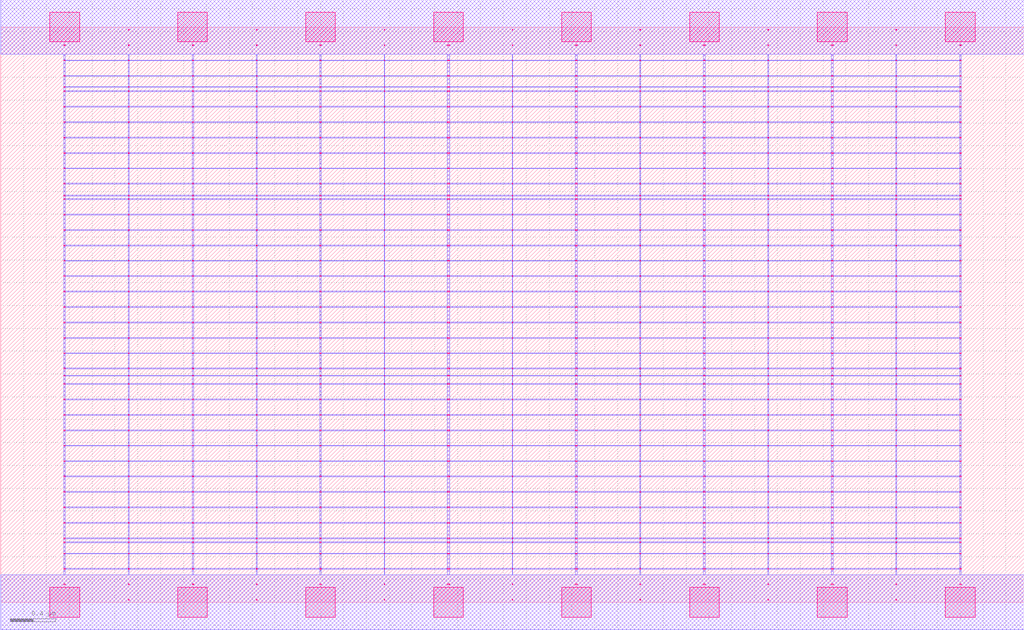
<source format=lef>
MACRO OOAOI321_DEBUG
 CLASS CORE ;
 FOREIGN OOAOI321_DEBUG 0 0 ;
 SIZE 8.96 BY 5.04 ;
 ORIGIN 0 0 ;
 SYMMETRY X Y R90 ;
 SITE unit ;

 OBS
    LAYER polycont ;
     RECT 2.23600000 0.15300000 2.24400000 0.16100000 ;
     RECT 2.23600000 0.28800000 2.24400000 0.29600000 ;
     RECT 2.23600000 0.42300000 2.24400000 0.43100000 ;
     RECT 2.23600000 0.52100000 2.24400000 0.52900000 ;
     RECT 2.23600000 0.55800000 2.24400000 0.56600000 ;
     RECT 2.23600000 0.69300000 2.24400000 0.70100000 ;
     RECT 2.23600000 0.82800000 2.24400000 0.83600000 ;
     RECT 2.23600000 0.96300000 2.24400000 0.97100000 ;
     RECT 2.23600000 1.09800000 2.24400000 1.10600000 ;
     RECT 2.23600000 1.23300000 2.24400000 1.24100000 ;
     RECT 2.23600000 1.36800000 2.24400000 1.37600000 ;
     RECT 2.23600000 1.50300000 2.24400000 1.51100000 ;
     RECT 2.23600000 1.63800000 2.24400000 1.64600000 ;
     RECT 2.23600000 1.77300000 2.24400000 1.78100000 ;
     RECT 2.23600000 1.90800000 2.24400000 1.91600000 ;
     RECT 2.23600000 1.98100000 2.24400000 1.98900000 ;
     RECT 2.23600000 2.04300000 2.24400000 2.05100000 ;
     RECT 2.23600000 2.17800000 2.24400000 2.18600000 ;
     RECT 2.23600000 2.31300000 2.24400000 2.32100000 ;
     RECT 2.23600000 2.44800000 2.24400000 2.45600000 ;
     RECT 0.55100000 2.58300000 0.56400000 2.59100000 ;
     RECT 1.11600000 2.58300000 1.12400000 2.59100000 ;
     RECT 1.67600000 2.58300000 1.68900000 2.59100000 ;
     RECT 2.23600000 2.58300000 2.24400000 2.59100000 ;
     RECT 2.79100000 2.58300000 2.80400000 2.59100000 ;
     RECT 3.35600000 2.58300000 3.36400000 2.59100000 ;
     RECT 3.91100000 2.58300000 3.92900000 2.59100000 ;
     RECT 4.47600000 2.58300000 4.48400000 2.59100000 ;
     RECT 5.03100000 2.58300000 5.04900000 2.59100000 ;
     RECT 5.59600000 2.58300000 5.60400000 2.59100000 ;
     RECT 6.15100000 2.58300000 6.16900000 2.59100000 ;
     RECT 6.71600000 2.58300000 6.72400000 2.59100000 ;
     RECT 7.27100000 2.58300000 7.28900000 2.59100000 ;
     RECT 7.83600000 2.58300000 7.84400000 2.59100000 ;
     RECT 8.39600000 2.58300000 8.40900000 2.59100000 ;
     RECT 0.55100000 2.71800000 0.56400000 2.72600000 ;
     RECT 1.11600000 2.71800000 1.12400000 2.72600000 ;
     RECT 1.67600000 2.71800000 1.68900000 2.72600000 ;
     RECT 2.23600000 2.71800000 2.24400000 2.72600000 ;
     RECT 2.79100000 2.71800000 2.80400000 2.72600000 ;
     RECT 3.35600000 2.71800000 3.36400000 2.72600000 ;
     RECT 3.91100000 2.71800000 3.92900000 2.72600000 ;
     RECT 4.47600000 2.71800000 4.48400000 2.72600000 ;
     RECT 5.03100000 2.71800000 5.04900000 2.72600000 ;
     RECT 5.59600000 2.71800000 5.60400000 2.72600000 ;
     RECT 6.15100000 2.71800000 6.16900000 2.72600000 ;
     RECT 6.71600000 2.71800000 6.72400000 2.72600000 ;
     RECT 7.27100000 2.71800000 7.28900000 2.72600000 ;
     RECT 7.83600000 2.71800000 7.84400000 2.72600000 ;
     RECT 8.39600000 2.71800000 8.40900000 2.72600000 ;
     RECT 0.55100000 2.85300000 0.56400000 2.86100000 ;
     RECT 1.11600000 2.85300000 1.12400000 2.86100000 ;
     RECT 1.67600000 2.85300000 1.68900000 2.86100000 ;
     RECT 2.23600000 2.85300000 2.24400000 2.86100000 ;
     RECT 2.79100000 2.85300000 2.80400000 2.86100000 ;
     RECT 3.35600000 2.85300000 3.36400000 2.86100000 ;
     RECT 3.91100000 2.85300000 3.92900000 2.86100000 ;
     RECT 4.47600000 2.85300000 4.48400000 2.86100000 ;
     RECT 5.03100000 2.85300000 5.04900000 2.86100000 ;
     RECT 5.59600000 2.85300000 5.60400000 2.86100000 ;
     RECT 6.15100000 2.85300000 6.16900000 2.86100000 ;
     RECT 6.71600000 2.85300000 6.72400000 2.86100000 ;
     RECT 7.27100000 2.85300000 7.28900000 2.86100000 ;
     RECT 7.83600000 2.85300000 7.84400000 2.86100000 ;
     RECT 8.39600000 2.85300000 8.40900000 2.86100000 ;
     RECT 0.55100000 2.98800000 0.56400000 2.99600000 ;
     RECT 1.11600000 2.98800000 1.12400000 2.99600000 ;
     RECT 1.67600000 2.98800000 1.68900000 2.99600000 ;
     RECT 2.23600000 2.98800000 2.24400000 2.99600000 ;
     RECT 2.79100000 2.98800000 2.80400000 2.99600000 ;
     RECT 3.35600000 2.98800000 3.36400000 2.99600000 ;
     RECT 3.91100000 2.98800000 3.92900000 2.99600000 ;
     RECT 4.47600000 2.98800000 4.48400000 2.99600000 ;
     RECT 5.03100000 2.98800000 5.04900000 2.99600000 ;
     RECT 5.59600000 2.98800000 5.60400000 2.99600000 ;
     RECT 6.15100000 2.98800000 6.16900000 2.99600000 ;
     RECT 6.71600000 2.98800000 6.72400000 2.99600000 ;
     RECT 7.27100000 2.98800000 7.28900000 2.99600000 ;
     RECT 7.83600000 2.98800000 7.84400000 2.99600000 ;
     RECT 8.39600000 2.98800000 8.40900000 2.99600000 ;
     RECT 2.23600000 3.12300000 2.24400000 3.13100000 ;
     RECT 2.23600000 3.25800000 2.24400000 3.26600000 ;
     RECT 2.23600000 3.39300000 2.24400000 3.40100000 ;
     RECT 2.23600000 3.52800000 2.24400000 3.53600000 ;
     RECT 2.23600000 3.56100000 2.24400000 3.56900000 ;
     RECT 2.23600000 3.66300000 2.24400000 3.67100000 ;
     RECT 2.23600000 3.79800000 2.24400000 3.80600000 ;
     RECT 2.23600000 3.93300000 2.24400000 3.94100000 ;
     RECT 2.23600000 4.06800000 2.24400000 4.07600000 ;
     RECT 2.23600000 4.20300000 2.24400000 4.21100000 ;
     RECT 2.23600000 4.33800000 2.24400000 4.34600000 ;
     RECT 2.23600000 4.47300000 2.24400000 4.48100000 ;
     RECT 2.23600000 4.51100000 2.24400000 4.51900000 ;
     RECT 2.23600000 4.60800000 2.24400000 4.61600000 ;
     RECT 2.23600000 4.74300000 2.24400000 4.75100000 ;
     RECT 2.23600000 4.87800000 2.24400000 4.88600000 ;

    LAYER pdiffc ;
     RECT 0.55100000 3.39300000 0.55900000 3.40100000 ;
     RECT 1.68100000 3.39300000 1.68900000 3.40100000 ;
     RECT 2.79100000 3.39300000 2.79900000 3.40100000 ;
     RECT 8.40100000 3.39300000 8.40900000 3.40100000 ;
     RECT 0.55100000 3.52800000 0.55900000 3.53600000 ;
     RECT 1.68100000 3.52800000 1.68900000 3.53600000 ;
     RECT 2.79100000 3.52800000 2.79900000 3.53600000 ;
     RECT 8.40100000 3.52800000 8.40900000 3.53600000 ;
     RECT 0.55100000 3.56100000 0.55900000 3.56900000 ;
     RECT 1.68100000 3.56100000 1.68900000 3.56900000 ;
     RECT 2.79100000 3.56100000 2.79900000 3.56900000 ;
     RECT 8.40100000 3.56100000 8.40900000 3.56900000 ;
     RECT 0.55100000 3.66300000 0.55900000 3.67100000 ;
     RECT 1.68100000 3.66300000 1.68900000 3.67100000 ;
     RECT 2.79100000 3.66300000 2.79900000 3.67100000 ;
     RECT 8.40100000 3.66300000 8.40900000 3.67100000 ;
     RECT 0.55100000 3.79800000 0.55900000 3.80600000 ;
     RECT 1.68100000 3.79800000 1.68900000 3.80600000 ;
     RECT 2.79100000 3.79800000 2.79900000 3.80600000 ;
     RECT 8.40100000 3.79800000 8.40900000 3.80600000 ;
     RECT 0.55100000 3.93300000 0.55900000 3.94100000 ;
     RECT 1.68100000 3.93300000 1.68900000 3.94100000 ;
     RECT 2.79100000 3.93300000 2.79900000 3.94100000 ;
     RECT 8.40100000 3.93300000 8.40900000 3.94100000 ;
     RECT 0.55100000 4.06800000 0.55900000 4.07600000 ;
     RECT 1.68100000 4.06800000 1.68900000 4.07600000 ;
     RECT 2.79100000 4.06800000 2.79900000 4.07600000 ;
     RECT 8.40100000 4.06800000 8.40900000 4.07600000 ;
     RECT 0.55100000 4.20300000 0.55900000 4.21100000 ;
     RECT 1.68100000 4.20300000 1.68900000 4.21100000 ;
     RECT 2.79100000 4.20300000 2.79900000 4.21100000 ;
     RECT 8.40100000 4.20300000 8.40900000 4.21100000 ;
     RECT 0.55100000 4.33800000 0.55900000 4.34600000 ;
     RECT 1.68100000 4.33800000 1.68900000 4.34600000 ;
     RECT 2.79100000 4.33800000 2.79900000 4.34600000 ;
     RECT 8.40100000 4.33800000 8.40900000 4.34600000 ;
     RECT 0.55100000 4.47300000 0.55900000 4.48100000 ;
     RECT 1.68100000 4.47300000 1.68900000 4.48100000 ;
     RECT 2.79100000 4.47300000 2.79900000 4.48100000 ;
     RECT 8.40100000 4.47300000 8.40900000 4.48100000 ;
     RECT 0.55100000 4.51100000 0.55900000 4.51900000 ;
     RECT 1.68100000 4.51100000 1.68900000 4.51900000 ;
     RECT 2.79100000 4.51100000 2.79900000 4.51900000 ;
     RECT 8.40100000 4.51100000 8.40900000 4.51900000 ;
     RECT 0.55100000 4.60800000 0.55900000 4.61600000 ;
     RECT 1.68100000 4.60800000 1.68900000 4.61600000 ;
     RECT 2.79100000 4.60800000 2.79900000 4.61600000 ;
     RECT 8.40100000 4.60800000 8.40900000 4.61600000 ;

    LAYER ndiffc ;
     RECT 5.03100000 0.42300000 5.04900000 0.43100000 ;
     RECT 6.15100000 0.42300000 6.16900000 0.43100000 ;
     RECT 7.27100000 0.42300000 7.28900000 0.43100000 ;
     RECT 8.39600000 0.42300000 8.40900000 0.43100000 ;
     RECT 5.03100000 0.52100000 5.04900000 0.52900000 ;
     RECT 6.15100000 0.52100000 6.16900000 0.52900000 ;
     RECT 7.27100000 0.52100000 7.28900000 0.52900000 ;
     RECT 8.39600000 0.52100000 8.40900000 0.52900000 ;
     RECT 5.03100000 0.55800000 5.04900000 0.56600000 ;
     RECT 6.15100000 0.55800000 6.16900000 0.56600000 ;
     RECT 7.27100000 0.55800000 7.28900000 0.56600000 ;
     RECT 8.39600000 0.55800000 8.40900000 0.56600000 ;
     RECT 5.03100000 0.69300000 5.04900000 0.70100000 ;
     RECT 6.15100000 0.69300000 6.16900000 0.70100000 ;
     RECT 7.27100000 0.69300000 7.28900000 0.70100000 ;
     RECT 8.39600000 0.69300000 8.40900000 0.70100000 ;
     RECT 5.03100000 0.82800000 5.04900000 0.83600000 ;
     RECT 6.15100000 0.82800000 6.16900000 0.83600000 ;
     RECT 7.27100000 0.82800000 7.28900000 0.83600000 ;
     RECT 8.39600000 0.82800000 8.40900000 0.83600000 ;
     RECT 5.03100000 0.96300000 5.04900000 0.97100000 ;
     RECT 6.15100000 0.96300000 6.16900000 0.97100000 ;
     RECT 7.27100000 0.96300000 7.28900000 0.97100000 ;
     RECT 8.39600000 0.96300000 8.40900000 0.97100000 ;
     RECT 5.03100000 1.09800000 5.04900000 1.10600000 ;
     RECT 6.15100000 1.09800000 6.16900000 1.10600000 ;
     RECT 7.27100000 1.09800000 7.28900000 1.10600000 ;
     RECT 8.39600000 1.09800000 8.40900000 1.10600000 ;
     RECT 5.03100000 1.23300000 5.04900000 1.24100000 ;
     RECT 6.15100000 1.23300000 6.16900000 1.24100000 ;
     RECT 7.27100000 1.23300000 7.28900000 1.24100000 ;
     RECT 8.39600000 1.23300000 8.40900000 1.24100000 ;
     RECT 5.03100000 1.36800000 5.04900000 1.37600000 ;
     RECT 6.15100000 1.36800000 6.16900000 1.37600000 ;
     RECT 7.27100000 1.36800000 7.28900000 1.37600000 ;
     RECT 8.39600000 1.36800000 8.40900000 1.37600000 ;
     RECT 5.03100000 1.50300000 5.04900000 1.51100000 ;
     RECT 6.15100000 1.50300000 6.16900000 1.51100000 ;
     RECT 7.27100000 1.50300000 7.28900000 1.51100000 ;
     RECT 8.39600000 1.50300000 8.40900000 1.51100000 ;
     RECT 5.03100000 1.63800000 5.04900000 1.64600000 ;
     RECT 6.15100000 1.63800000 6.16900000 1.64600000 ;
     RECT 7.27100000 1.63800000 7.28900000 1.64600000 ;
     RECT 8.39600000 1.63800000 8.40900000 1.64600000 ;
     RECT 5.03100000 1.77300000 5.04900000 1.78100000 ;
     RECT 6.15100000 1.77300000 6.16900000 1.78100000 ;
     RECT 7.27100000 1.77300000 7.28900000 1.78100000 ;
     RECT 8.39600000 1.77300000 8.40900000 1.78100000 ;
     RECT 5.03100000 1.90800000 5.04900000 1.91600000 ;
     RECT 6.15100000 1.90800000 6.16900000 1.91600000 ;
     RECT 7.27100000 1.90800000 7.28900000 1.91600000 ;
     RECT 8.39600000 1.90800000 8.40900000 1.91600000 ;
     RECT 5.03100000 1.98100000 5.04900000 1.98900000 ;
     RECT 6.15100000 1.98100000 6.16900000 1.98900000 ;
     RECT 7.27100000 1.98100000 7.28900000 1.98900000 ;
     RECT 8.39600000 1.98100000 8.40900000 1.98900000 ;
     RECT 5.03100000 2.04300000 5.04900000 2.05100000 ;
     RECT 6.15100000 2.04300000 6.16900000 2.05100000 ;
     RECT 7.27100000 2.04300000 7.28900000 2.05100000 ;
     RECT 8.39600000 2.04300000 8.40900000 2.05100000 ;
     RECT 0.55100000 0.42300000 0.56400000 0.43100000 ;
     RECT 1.67600000 0.42300000 1.68900000 0.43100000 ;
     RECT 2.79100000 0.42300000 2.80400000 0.43100000 ;
     RECT 3.91100000 0.42300000 3.92900000 0.43100000 ;
     RECT 0.55100000 1.36800000 0.56400000 1.37600000 ;
     RECT 1.67600000 1.36800000 1.68900000 1.37600000 ;
     RECT 2.79100000 1.36800000 2.80400000 1.37600000 ;
     RECT 3.91100000 1.36800000 3.92900000 1.37600000 ;
     RECT 0.55100000 0.82800000 0.56400000 0.83600000 ;
     RECT 1.67600000 0.82800000 1.68900000 0.83600000 ;
     RECT 2.79100000 0.82800000 2.80400000 0.83600000 ;
     RECT 3.91100000 0.82800000 3.92900000 0.83600000 ;
     RECT 0.55100000 1.50300000 0.56400000 1.51100000 ;
     RECT 1.67600000 1.50300000 1.68900000 1.51100000 ;
     RECT 2.79100000 1.50300000 2.80400000 1.51100000 ;
     RECT 3.91100000 1.50300000 3.92900000 1.51100000 ;
     RECT 0.55100000 0.55800000 0.56400000 0.56600000 ;
     RECT 1.67600000 0.55800000 1.68900000 0.56600000 ;
     RECT 2.79100000 0.55800000 2.80400000 0.56600000 ;
     RECT 3.91100000 0.55800000 3.92900000 0.56600000 ;
     RECT 0.55100000 1.63800000 0.56400000 1.64600000 ;
     RECT 1.67600000 1.63800000 1.68900000 1.64600000 ;
     RECT 2.79100000 1.63800000 2.80400000 1.64600000 ;
     RECT 3.91100000 1.63800000 3.92900000 1.64600000 ;
     RECT 0.55100000 0.96300000 0.56400000 0.97100000 ;
     RECT 1.67600000 0.96300000 1.68900000 0.97100000 ;
     RECT 2.79100000 0.96300000 2.80400000 0.97100000 ;
     RECT 3.91100000 0.96300000 3.92900000 0.97100000 ;
     RECT 0.55100000 1.77300000 0.56400000 1.78100000 ;
     RECT 1.67600000 1.77300000 1.68900000 1.78100000 ;
     RECT 2.79100000 1.77300000 2.80400000 1.78100000 ;
     RECT 3.91100000 1.77300000 3.92900000 1.78100000 ;
     RECT 0.55100000 0.52100000 0.56400000 0.52900000 ;
     RECT 1.67600000 0.52100000 1.68900000 0.52900000 ;
     RECT 2.79100000 0.52100000 2.80400000 0.52900000 ;
     RECT 3.91100000 0.52100000 3.92900000 0.52900000 ;
     RECT 0.55100000 1.90800000 0.56400000 1.91600000 ;
     RECT 1.67600000 1.90800000 1.68900000 1.91600000 ;
     RECT 2.79100000 1.90800000 2.80400000 1.91600000 ;
     RECT 3.91100000 1.90800000 3.92900000 1.91600000 ;
     RECT 0.55100000 1.09800000 0.56400000 1.10600000 ;
     RECT 1.67600000 1.09800000 1.68900000 1.10600000 ;
     RECT 2.79100000 1.09800000 2.80400000 1.10600000 ;
     RECT 3.91100000 1.09800000 3.92900000 1.10600000 ;
     RECT 0.55100000 1.98100000 0.56400000 1.98900000 ;
     RECT 1.67600000 1.98100000 1.68900000 1.98900000 ;
     RECT 2.79100000 1.98100000 2.80400000 1.98900000 ;
     RECT 3.91100000 1.98100000 3.92900000 1.98900000 ;
     RECT 0.55100000 0.69300000 0.56400000 0.70100000 ;
     RECT 1.67600000 0.69300000 1.68900000 0.70100000 ;
     RECT 2.79100000 0.69300000 2.80400000 0.70100000 ;
     RECT 3.91100000 0.69300000 3.92900000 0.70100000 ;
     RECT 0.55100000 2.04300000 0.56400000 2.05100000 ;
     RECT 1.67600000 2.04300000 1.68900000 2.05100000 ;
     RECT 2.79100000 2.04300000 2.80400000 2.05100000 ;
     RECT 3.91100000 2.04300000 3.92900000 2.05100000 ;
     RECT 0.55100000 1.23300000 0.56400000 1.24100000 ;
     RECT 1.67600000 1.23300000 1.68900000 1.24100000 ;
     RECT 2.79100000 1.23300000 2.80400000 1.24100000 ;
     RECT 3.91100000 1.23300000 3.92900000 1.24100000 ;

    LAYER met1 ;
     RECT 0.00000000 -0.24000000 8.96000000 0.24000000 ;
     RECT 4.47600000 0.24000000 4.48400000 0.28800000 ;
     RECT 0.55100000 0.28800000 8.40900000 0.29600000 ;
     RECT 4.47600000 0.29600000 4.48400000 0.42300000 ;
     RECT 0.55100000 0.42300000 8.40900000 0.43100000 ;
     RECT 4.47600000 0.43100000 4.48400000 0.52100000 ;
     RECT 0.55100000 0.52100000 8.40900000 0.52900000 ;
     RECT 4.47600000 0.52900000 4.48400000 0.55800000 ;
     RECT 0.55100000 0.55800000 8.40900000 0.56600000 ;
     RECT 4.47600000 0.56600000 4.48400000 0.69300000 ;
     RECT 0.55100000 0.69300000 8.40900000 0.70100000 ;
     RECT 4.47600000 0.70100000 4.48400000 0.82800000 ;
     RECT 0.55100000 0.82800000 8.40900000 0.83600000 ;
     RECT 4.47600000 0.83600000 4.48400000 0.96300000 ;
     RECT 0.55100000 0.96300000 8.40900000 0.97100000 ;
     RECT 4.47600000 0.97100000 4.48400000 1.09800000 ;
     RECT 0.55100000 1.09800000 8.40900000 1.10600000 ;
     RECT 4.47600000 1.10600000 4.48400000 1.23300000 ;
     RECT 0.55100000 1.23300000 8.40900000 1.24100000 ;
     RECT 4.47600000 1.24100000 4.48400000 1.36800000 ;
     RECT 0.55100000 1.36800000 8.40900000 1.37600000 ;
     RECT 4.47600000 1.37600000 4.48400000 1.50300000 ;
     RECT 0.55100000 1.50300000 8.40900000 1.51100000 ;
     RECT 4.47600000 1.51100000 4.48400000 1.63800000 ;
     RECT 0.55100000 1.63800000 8.40900000 1.64600000 ;
     RECT 4.47600000 1.64600000 4.48400000 1.77300000 ;
     RECT 0.55100000 1.77300000 8.40900000 1.78100000 ;
     RECT 4.47600000 1.78100000 4.48400000 1.90800000 ;
     RECT 0.55100000 1.90800000 8.40900000 1.91600000 ;
     RECT 4.47600000 1.91600000 4.48400000 1.98100000 ;
     RECT 0.55100000 1.98100000 8.40900000 1.98900000 ;
     RECT 4.47600000 1.98900000 4.48400000 2.04300000 ;
     RECT 0.55100000 2.04300000 8.40900000 2.05100000 ;
     RECT 4.47600000 2.05100000 4.48400000 2.17800000 ;
     RECT 0.55100000 2.17800000 8.40900000 2.18600000 ;
     RECT 4.47600000 2.18600000 4.48400000 2.31300000 ;
     RECT 0.55100000 2.31300000 8.40900000 2.32100000 ;
     RECT 4.47600000 2.32100000 4.48400000 2.44800000 ;
     RECT 0.55100000 2.44800000 8.40900000 2.45600000 ;
     RECT 0.55100000 2.45600000 0.56400000 2.58300000 ;
     RECT 1.11600000 2.45600000 1.12400000 2.58300000 ;
     RECT 1.67600000 2.45600000 1.68900000 2.58300000 ;
     RECT 2.23600000 2.45600000 2.24400000 2.58300000 ;
     RECT 2.79100000 2.45600000 2.80400000 2.58300000 ;
     RECT 3.35600000 2.45600000 3.36400000 2.58300000 ;
     RECT 3.91100000 2.45600000 3.92900000 2.58300000 ;
     RECT 4.47600000 2.45600000 4.48400000 2.58300000 ;
     RECT 5.03100000 2.45600000 5.04900000 2.58300000 ;
     RECT 5.59600000 2.45600000 5.60400000 2.58300000 ;
     RECT 6.15100000 2.45600000 6.16900000 2.58300000 ;
     RECT 6.71600000 2.45600000 6.72400000 2.58300000 ;
     RECT 7.27100000 2.45600000 7.28900000 2.58300000 ;
     RECT 7.83600000 2.45600000 7.84400000 2.58300000 ;
     RECT 8.39600000 2.45600000 8.40900000 2.58300000 ;
     RECT 0.55100000 2.58300000 8.40900000 2.59100000 ;
     RECT 4.47600000 2.59100000 4.48400000 2.71800000 ;
     RECT 0.55100000 2.71800000 8.40900000 2.72600000 ;
     RECT 4.47600000 2.72600000 4.48400000 2.85300000 ;
     RECT 0.55100000 2.85300000 8.40900000 2.86100000 ;
     RECT 4.47600000 2.86100000 4.48400000 2.98800000 ;
     RECT 0.55100000 2.98800000 8.40900000 2.99600000 ;
     RECT 4.47600000 2.99600000 4.48400000 3.12300000 ;
     RECT 0.55100000 3.12300000 8.40900000 3.13100000 ;
     RECT 4.47600000 3.13100000 4.48400000 3.25800000 ;
     RECT 0.55100000 3.25800000 8.40900000 3.26600000 ;
     RECT 4.47600000 3.26600000 4.48400000 3.39300000 ;
     RECT 0.55100000 3.39300000 8.40900000 3.40100000 ;
     RECT 4.47600000 3.40100000 4.48400000 3.52800000 ;
     RECT 0.55100000 3.52800000 8.40900000 3.53600000 ;
     RECT 4.47600000 3.53600000 4.48400000 3.56100000 ;
     RECT 0.55100000 3.56100000 8.40900000 3.56900000 ;
     RECT 4.47600000 3.56900000 4.48400000 3.66300000 ;
     RECT 0.55100000 3.66300000 8.40900000 3.67100000 ;
     RECT 4.47600000 3.67100000 4.48400000 3.79800000 ;
     RECT 0.55100000 3.79800000 8.40900000 3.80600000 ;
     RECT 4.47600000 3.80600000 4.48400000 3.93300000 ;
     RECT 0.55100000 3.93300000 8.40900000 3.94100000 ;
     RECT 4.47600000 3.94100000 4.48400000 4.06800000 ;
     RECT 0.55100000 4.06800000 8.40900000 4.07600000 ;
     RECT 4.47600000 4.07600000 4.48400000 4.20300000 ;
     RECT 0.55100000 4.20300000 8.40900000 4.21100000 ;
     RECT 4.47600000 4.21100000 4.48400000 4.33800000 ;
     RECT 0.55100000 4.33800000 8.40900000 4.34600000 ;
     RECT 4.47600000 4.34600000 4.48400000 4.47300000 ;
     RECT 0.55100000 4.47300000 8.40900000 4.48100000 ;
     RECT 4.47600000 4.48100000 4.48400000 4.51100000 ;
     RECT 0.55100000 4.51100000 8.40900000 4.51900000 ;
     RECT 4.47600000 4.51900000 4.48400000 4.60800000 ;
     RECT 0.55100000 4.60800000 8.40900000 4.61600000 ;
     RECT 4.47600000 4.61600000 4.48400000 4.74300000 ;
     RECT 0.55100000 4.74300000 8.40900000 4.75100000 ;
     RECT 4.47600000 4.75100000 4.48400000 4.80000000 ;
     RECT 0.00000000 4.80000000 8.96000000 5.28000000 ;
     RECT 6.71600000 3.13100000 6.72400000 3.25800000 ;
     RECT 6.71600000 3.26600000 6.72400000 3.39300000 ;
     RECT 6.71600000 3.40100000 6.72400000 3.52800000 ;
     RECT 6.71600000 2.72600000 6.72400000 2.85300000 ;
     RECT 6.71600000 3.53600000 6.72400000 3.56100000 ;
     RECT 6.71600000 3.56900000 6.72400000 3.66300000 ;
     RECT 6.71600000 2.59100000 6.72400000 2.71800000 ;
     RECT 6.71600000 3.67100000 6.72400000 3.79800000 ;
     RECT 5.03100000 3.80600000 5.04900000 3.93300000 ;
     RECT 5.59600000 3.80600000 5.60400000 3.93300000 ;
     RECT 6.15100000 3.80600000 6.16900000 3.93300000 ;
     RECT 6.71600000 3.80600000 6.72400000 3.93300000 ;
     RECT 7.27100000 3.80600000 7.28900000 3.93300000 ;
     RECT 7.83600000 3.80600000 7.84400000 3.93300000 ;
     RECT 8.39600000 3.80600000 8.40900000 3.93300000 ;
     RECT 6.71600000 2.86100000 6.72400000 2.98800000 ;
     RECT 6.71600000 3.94100000 6.72400000 4.06800000 ;
     RECT 6.71600000 4.07600000 6.72400000 4.20300000 ;
     RECT 6.71600000 4.21100000 6.72400000 4.33800000 ;
     RECT 6.71600000 4.34600000 6.72400000 4.47300000 ;
     RECT 6.71600000 4.48100000 6.72400000 4.51100000 ;
     RECT 6.71600000 2.99600000 6.72400000 3.12300000 ;
     RECT 6.71600000 4.51900000 6.72400000 4.60800000 ;
     RECT 6.71600000 4.61600000 6.72400000 4.74300000 ;
     RECT 6.71600000 4.75100000 6.72400000 4.80000000 ;
     RECT 7.27100000 4.21100000 7.28900000 4.33800000 ;
     RECT 7.83600000 4.21100000 7.84400000 4.33800000 ;
     RECT 8.39600000 4.21100000 8.40900000 4.33800000 ;
     RECT 8.39600000 3.94100000 8.40900000 4.06800000 ;
     RECT 7.27100000 4.34600000 7.28900000 4.47300000 ;
     RECT 7.83600000 4.34600000 7.84400000 4.47300000 ;
     RECT 8.39600000 4.34600000 8.40900000 4.47300000 ;
     RECT 7.27100000 3.94100000 7.28900000 4.06800000 ;
     RECT 7.27100000 4.48100000 7.28900000 4.51100000 ;
     RECT 7.83600000 4.48100000 7.84400000 4.51100000 ;
     RECT 8.39600000 4.48100000 8.40900000 4.51100000 ;
     RECT 7.27100000 4.07600000 7.28900000 4.20300000 ;
     RECT 7.83600000 4.07600000 7.84400000 4.20300000 ;
     RECT 7.27100000 4.51900000 7.28900000 4.60800000 ;
     RECT 7.83600000 4.51900000 7.84400000 4.60800000 ;
     RECT 8.39600000 4.51900000 8.40900000 4.60800000 ;
     RECT 8.39600000 4.07600000 8.40900000 4.20300000 ;
     RECT 7.27100000 4.61600000 7.28900000 4.74300000 ;
     RECT 7.83600000 4.61600000 7.84400000 4.74300000 ;
     RECT 8.39600000 4.61600000 8.40900000 4.74300000 ;
     RECT 7.83600000 3.94100000 7.84400000 4.06800000 ;
     RECT 7.27100000 4.75100000 7.28900000 4.80000000 ;
     RECT 7.83600000 4.75100000 7.84400000 4.80000000 ;
     RECT 8.39600000 4.75100000 8.40900000 4.80000000 ;
     RECT 6.15100000 4.07600000 6.16900000 4.20300000 ;
     RECT 5.59600000 3.94100000 5.60400000 4.06800000 ;
     RECT 6.15100000 3.94100000 6.16900000 4.06800000 ;
     RECT 5.03100000 4.51900000 5.04900000 4.60800000 ;
     RECT 5.59600000 4.51900000 5.60400000 4.60800000 ;
     RECT 6.15100000 4.51900000 6.16900000 4.60800000 ;
     RECT 5.03100000 4.34600000 5.04900000 4.47300000 ;
     RECT 5.59600000 4.34600000 5.60400000 4.47300000 ;
     RECT 6.15100000 4.34600000 6.16900000 4.47300000 ;
     RECT 5.03100000 3.94100000 5.04900000 4.06800000 ;
     RECT 5.03100000 4.61600000 5.04900000 4.74300000 ;
     RECT 5.59600000 4.61600000 5.60400000 4.74300000 ;
     RECT 6.15100000 4.61600000 6.16900000 4.74300000 ;
     RECT 5.03100000 4.07600000 5.04900000 4.20300000 ;
     RECT 5.03100000 4.21100000 5.04900000 4.33800000 ;
     RECT 5.59600000 4.21100000 5.60400000 4.33800000 ;
     RECT 5.03100000 4.48100000 5.04900000 4.51100000 ;
     RECT 5.03100000 4.75100000 5.04900000 4.80000000 ;
     RECT 5.59600000 4.75100000 5.60400000 4.80000000 ;
     RECT 6.15100000 4.75100000 6.16900000 4.80000000 ;
     RECT 5.59600000 4.48100000 5.60400000 4.51100000 ;
     RECT 6.15100000 4.48100000 6.16900000 4.51100000 ;
     RECT 6.15100000 4.21100000 6.16900000 4.33800000 ;
     RECT 5.59600000 4.07600000 5.60400000 4.20300000 ;
     RECT 5.03100000 3.56900000 5.04900000 3.66300000 ;
     RECT 5.59600000 3.56900000 5.60400000 3.66300000 ;
     RECT 6.15100000 3.56900000 6.16900000 3.66300000 ;
     RECT 5.03100000 3.26600000 5.04900000 3.39300000 ;
     RECT 6.15100000 2.59100000 6.16900000 2.71800000 ;
     RECT 5.59600000 3.26600000 5.60400000 3.39300000 ;
     RECT 5.03100000 3.67100000 5.04900000 3.79800000 ;
     RECT 5.59600000 3.67100000 5.60400000 3.79800000 ;
     RECT 6.15100000 3.67100000 6.16900000 3.79800000 ;
     RECT 6.15100000 3.26600000 6.16900000 3.39300000 ;
     RECT 5.03100000 2.86100000 5.04900000 2.98800000 ;
     RECT 5.59600000 2.86100000 5.60400000 2.98800000 ;
     RECT 6.15100000 3.13100000 6.16900000 3.25800000 ;
     RECT 5.59600000 2.72600000 5.60400000 2.85300000 ;
     RECT 6.15100000 2.72600000 6.16900000 2.85300000 ;
     RECT 5.03100000 3.40100000 5.04900000 3.52800000 ;
     RECT 5.59600000 3.40100000 5.60400000 3.52800000 ;
     RECT 5.03100000 2.99600000 5.04900000 3.12300000 ;
     RECT 6.15100000 3.40100000 6.16900000 3.52800000 ;
     RECT 5.59600000 3.13100000 5.60400000 3.25800000 ;
     RECT 6.15100000 2.86100000 6.16900000 2.98800000 ;
     RECT 5.03100000 2.59100000 5.04900000 2.71800000 ;
     RECT 5.59600000 2.59100000 5.60400000 2.71800000 ;
     RECT 5.03100000 3.53600000 5.04900000 3.56100000 ;
     RECT 5.59600000 3.53600000 5.60400000 3.56100000 ;
     RECT 6.15100000 3.53600000 6.16900000 3.56100000 ;
     RECT 5.59600000 2.99600000 5.60400000 3.12300000 ;
     RECT 6.15100000 2.99600000 6.16900000 3.12300000 ;
     RECT 5.03100000 2.72600000 5.04900000 2.85300000 ;
     RECT 5.03100000 3.13100000 5.04900000 3.25800000 ;
     RECT 7.83600000 2.72600000 7.84400000 2.85300000 ;
     RECT 8.39600000 2.86100000 8.40900000 2.98800000 ;
     RECT 7.27100000 2.59100000 7.28900000 2.71800000 ;
     RECT 7.27100000 2.99600000 7.28900000 3.12300000 ;
     RECT 8.39600000 2.72600000 8.40900000 2.85300000 ;
     RECT 8.39600000 3.26600000 8.40900000 3.39300000 ;
     RECT 7.27100000 3.40100000 7.28900000 3.52800000 ;
     RECT 7.83600000 3.40100000 7.84400000 3.52800000 ;
     RECT 8.39600000 3.40100000 8.40900000 3.52800000 ;
     RECT 7.27100000 3.56900000 7.28900000 3.66300000 ;
     RECT 7.83600000 3.56900000 7.84400000 3.66300000 ;
     RECT 7.83600000 2.99600000 7.84400000 3.12300000 ;
     RECT 8.39600000 2.99600000 8.40900000 3.12300000 ;
     RECT 7.83600000 2.59100000 7.84400000 2.71800000 ;
     RECT 8.39600000 3.56900000 8.40900000 3.66300000 ;
     RECT 7.27100000 3.13100000 7.28900000 3.25800000 ;
     RECT 7.27100000 2.72600000 7.28900000 2.85300000 ;
     RECT 7.83600000 3.13100000 7.84400000 3.25800000 ;
     RECT 8.39600000 3.13100000 8.40900000 3.25800000 ;
     RECT 7.27100000 3.26600000 7.28900000 3.39300000 ;
     RECT 8.39600000 2.59100000 8.40900000 2.71800000 ;
     RECT 7.83600000 3.26600000 7.84400000 3.39300000 ;
     RECT 7.27100000 2.86100000 7.28900000 2.98800000 ;
     RECT 7.83600000 2.86100000 7.84400000 2.98800000 ;
     RECT 7.27100000 3.67100000 7.28900000 3.79800000 ;
     RECT 7.83600000 3.67100000 7.84400000 3.79800000 ;
     RECT 8.39600000 3.67100000 8.40900000 3.79800000 ;
     RECT 7.27100000 3.53600000 7.28900000 3.56100000 ;
     RECT 7.83600000 3.53600000 7.84400000 3.56100000 ;
     RECT 8.39600000 3.53600000 8.40900000 3.56100000 ;
     RECT 2.23600000 3.94100000 2.24400000 4.06800000 ;
     RECT 2.23600000 3.40100000 2.24400000 3.52800000 ;
     RECT 2.23600000 4.07600000 2.24400000 4.20300000 ;
     RECT 2.23600000 3.53600000 2.24400000 3.56100000 ;
     RECT 2.23600000 4.21100000 2.24400000 4.33800000 ;
     RECT 2.23600000 2.86100000 2.24400000 2.98800000 ;
     RECT 2.23600000 3.13100000 2.24400000 3.25800000 ;
     RECT 2.23600000 4.34600000 2.24400000 4.47300000 ;
     RECT 2.23600000 3.56900000 2.24400000 3.66300000 ;
     RECT 2.23600000 4.48100000 2.24400000 4.51100000 ;
     RECT 2.23600000 2.72600000 2.24400000 2.85300000 ;
     RECT 2.23600000 4.51900000 2.24400000 4.60800000 ;
     RECT 2.23600000 3.67100000 2.24400000 3.79800000 ;
     RECT 2.23600000 4.61600000 2.24400000 4.74300000 ;
     RECT 2.23600000 3.26600000 2.24400000 3.39300000 ;
     RECT 2.23600000 2.59100000 2.24400000 2.71800000 ;
     RECT 0.55100000 3.80600000 0.56400000 3.93300000 ;
     RECT 1.11600000 3.80600000 1.12400000 3.93300000 ;
     RECT 2.23600000 4.75100000 2.24400000 4.80000000 ;
     RECT 1.67600000 3.80600000 1.68900000 3.93300000 ;
     RECT 2.23600000 3.80600000 2.24400000 3.93300000 ;
     RECT 2.79100000 3.80600000 2.80400000 3.93300000 ;
     RECT 3.35600000 3.80600000 3.36400000 3.93300000 ;
     RECT 3.91100000 3.80600000 3.92900000 3.93300000 ;
     RECT 2.23600000 2.99600000 2.24400000 3.12300000 ;
     RECT 2.79100000 3.94100000 2.80400000 4.06800000 ;
     RECT 2.79100000 4.21100000 2.80400000 4.33800000 ;
     RECT 2.79100000 4.51900000 2.80400000 4.60800000 ;
     RECT 3.35600000 4.51900000 3.36400000 4.60800000 ;
     RECT 3.91100000 4.51900000 3.92900000 4.60800000 ;
     RECT 3.35600000 4.21100000 3.36400000 4.33800000 ;
     RECT 3.91100000 4.21100000 3.92900000 4.33800000 ;
     RECT 2.79100000 4.61600000 2.80400000 4.74300000 ;
     RECT 3.35600000 4.61600000 3.36400000 4.74300000 ;
     RECT 3.91100000 4.61600000 3.92900000 4.74300000 ;
     RECT 3.35600000 3.94100000 3.36400000 4.06800000 ;
     RECT 2.79100000 4.07600000 2.80400000 4.20300000 ;
     RECT 3.35600000 4.07600000 3.36400000 4.20300000 ;
     RECT 2.79100000 4.34600000 2.80400000 4.47300000 ;
     RECT 3.35600000 4.34600000 3.36400000 4.47300000 ;
     RECT 2.79100000 4.75100000 2.80400000 4.80000000 ;
     RECT 3.35600000 4.75100000 3.36400000 4.80000000 ;
     RECT 3.91100000 4.75100000 3.92900000 4.80000000 ;
     RECT 3.91100000 4.34600000 3.92900000 4.47300000 ;
     RECT 3.91100000 4.07600000 3.92900000 4.20300000 ;
     RECT 3.91100000 3.94100000 3.92900000 4.06800000 ;
     RECT 2.79100000 4.48100000 2.80400000 4.51100000 ;
     RECT 3.35600000 4.48100000 3.36400000 4.51100000 ;
     RECT 3.91100000 4.48100000 3.92900000 4.51100000 ;
     RECT 0.55100000 4.61600000 0.56400000 4.74300000 ;
     RECT 1.11600000 4.61600000 1.12400000 4.74300000 ;
     RECT 1.67600000 4.61600000 1.68900000 4.74300000 ;
     RECT 1.67600000 4.07600000 1.68900000 4.20300000 ;
     RECT 1.67600000 3.94100000 1.68900000 4.06800000 ;
     RECT 0.55100000 4.48100000 0.56400000 4.51100000 ;
     RECT 1.11600000 4.48100000 1.12400000 4.51100000 ;
     RECT 1.67600000 4.48100000 1.68900000 4.51100000 ;
     RECT 0.55100000 3.94100000 0.56400000 4.06800000 ;
     RECT 1.11600000 3.94100000 1.12400000 4.06800000 ;
     RECT 0.55100000 4.07600000 0.56400000 4.20300000 ;
     RECT 0.55100000 4.75100000 0.56400000 4.80000000 ;
     RECT 1.11600000 4.75100000 1.12400000 4.80000000 ;
     RECT 1.67600000 4.75100000 1.68900000 4.80000000 ;
     RECT 1.11600000 4.07600000 1.12400000 4.20300000 ;
     RECT 0.55100000 4.34600000 0.56400000 4.47300000 ;
     RECT 0.55100000 4.51900000 0.56400000 4.60800000 ;
     RECT 1.11600000 4.51900000 1.12400000 4.60800000 ;
     RECT 1.67600000 4.51900000 1.68900000 4.60800000 ;
     RECT 1.11600000 4.34600000 1.12400000 4.47300000 ;
     RECT 1.67600000 4.34600000 1.68900000 4.47300000 ;
     RECT 0.55100000 4.21100000 0.56400000 4.33800000 ;
     RECT 1.11600000 4.21100000 1.12400000 4.33800000 ;
     RECT 1.67600000 4.21100000 1.68900000 4.33800000 ;
     RECT 0.55100000 3.56900000 0.56400000 3.66300000 ;
     RECT 1.11600000 3.26600000 1.12400000 3.39300000 ;
     RECT 1.67600000 3.26600000 1.68900000 3.39300000 ;
     RECT 1.11600000 3.56900000 1.12400000 3.66300000 ;
     RECT 1.67600000 3.56900000 1.68900000 3.66300000 ;
     RECT 0.55100000 2.72600000 0.56400000 2.85300000 ;
     RECT 1.67600000 3.40100000 1.68900000 3.52800000 ;
     RECT 1.11600000 2.72600000 1.12400000 2.85300000 ;
     RECT 0.55100000 2.86100000 0.56400000 2.98800000 ;
     RECT 1.11600000 2.86100000 1.12400000 2.98800000 ;
     RECT 0.55100000 3.13100000 0.56400000 3.25800000 ;
     RECT 1.11600000 3.13100000 1.12400000 3.25800000 ;
     RECT 1.67600000 3.13100000 1.68900000 3.25800000 ;
     RECT 1.67600000 2.72600000 1.68900000 2.85300000 ;
     RECT 1.67600000 2.86100000 1.68900000 2.98800000 ;
     RECT 1.67600000 2.59100000 1.68900000 2.71800000 ;
     RECT 0.55100000 3.26600000 0.56400000 3.39300000 ;
     RECT 0.55100000 3.53600000 0.56400000 3.56100000 ;
     RECT 1.11600000 3.53600000 1.12400000 3.56100000 ;
     RECT 1.67600000 3.53600000 1.68900000 3.56100000 ;
     RECT 0.55100000 3.40100000 0.56400000 3.52800000 ;
     RECT 1.11600000 3.40100000 1.12400000 3.52800000 ;
     RECT 0.55100000 2.59100000 0.56400000 2.71800000 ;
     RECT 1.11600000 2.59100000 1.12400000 2.71800000 ;
     RECT 0.55100000 3.67100000 0.56400000 3.79800000 ;
     RECT 1.11600000 3.67100000 1.12400000 3.79800000 ;
     RECT 0.55100000 2.99600000 0.56400000 3.12300000 ;
     RECT 1.11600000 2.99600000 1.12400000 3.12300000 ;
     RECT 1.67600000 2.99600000 1.68900000 3.12300000 ;
     RECT 1.67600000 3.67100000 1.68900000 3.79800000 ;
     RECT 3.91100000 3.40100000 3.92900000 3.52800000 ;
     RECT 3.91100000 3.13100000 3.92900000 3.25800000 ;
     RECT 2.79100000 2.72600000 2.80400000 2.85300000 ;
     RECT 3.35600000 2.72600000 3.36400000 2.85300000 ;
     RECT 3.91100000 2.72600000 3.92900000 2.85300000 ;
     RECT 2.79100000 2.86100000 2.80400000 2.98800000 ;
     RECT 2.79100000 3.26600000 2.80400000 3.39300000 ;
     RECT 3.35600000 3.26600000 3.36400000 3.39300000 ;
     RECT 3.91100000 3.26600000 3.92900000 3.39300000 ;
     RECT 3.91100000 2.99600000 3.92900000 3.12300000 ;
     RECT 2.79100000 2.59100000 2.80400000 2.71800000 ;
     RECT 3.35600000 2.59100000 3.36400000 2.71800000 ;
     RECT 3.91100000 2.59100000 3.92900000 2.71800000 ;
     RECT 3.35600000 2.99600000 3.36400000 3.12300000 ;
     RECT 2.79100000 3.13100000 2.80400000 3.25800000 ;
     RECT 2.79100000 3.56900000 2.80400000 3.66300000 ;
     RECT 3.35600000 3.56900000 3.36400000 3.66300000 ;
     RECT 3.91100000 3.56900000 3.92900000 3.66300000 ;
     RECT 3.35600000 3.13100000 3.36400000 3.25800000 ;
     RECT 2.79100000 2.99600000 2.80400000 3.12300000 ;
     RECT 2.79100000 3.40100000 2.80400000 3.52800000 ;
     RECT 3.35600000 3.40100000 3.36400000 3.52800000 ;
     RECT 3.35600000 3.53600000 3.36400000 3.56100000 ;
     RECT 2.79100000 3.67100000 2.80400000 3.79800000 ;
     RECT 3.35600000 3.67100000 3.36400000 3.79800000 ;
     RECT 3.91100000 3.67100000 3.92900000 3.79800000 ;
     RECT 3.91100000 3.53600000 3.92900000 3.56100000 ;
     RECT 2.79100000 3.53600000 2.80400000 3.56100000 ;
     RECT 3.35600000 2.86100000 3.36400000 2.98800000 ;
     RECT 3.91100000 2.86100000 3.92900000 2.98800000 ;
     RECT 2.23600000 1.37600000 2.24400000 1.50300000 ;
     RECT 2.23600000 0.43100000 2.24400000 0.52100000 ;
     RECT 2.23600000 1.51100000 2.24400000 1.63800000 ;
     RECT 2.23600000 1.64600000 2.24400000 1.77300000 ;
     RECT 2.23600000 1.78100000 2.24400000 1.90800000 ;
     RECT 2.23600000 1.91600000 2.24400000 1.98100000 ;
     RECT 2.23600000 1.98900000 2.24400000 2.04300000 ;
     RECT 2.23600000 0.52900000 2.24400000 0.55800000 ;
     RECT 2.23600000 2.05100000 2.24400000 2.17800000 ;
     RECT 2.23600000 2.18600000 2.24400000 2.31300000 ;
     RECT 2.23600000 2.32100000 2.24400000 2.44800000 ;
     RECT 2.23600000 0.56600000 2.24400000 0.69300000 ;
     RECT 2.23600000 0.70100000 2.24400000 0.82800000 ;
     RECT 2.23600000 0.83600000 2.24400000 0.96300000 ;
     RECT 2.23600000 0.29600000 2.24400000 0.42300000 ;
     RECT 2.23600000 0.97100000 2.24400000 1.09800000 ;
     RECT 0.55100000 1.10600000 0.56400000 1.23300000 ;
     RECT 1.11600000 1.10600000 1.12400000 1.23300000 ;
     RECT 1.67600000 1.10600000 1.68900000 1.23300000 ;
     RECT 2.23600000 1.10600000 2.24400000 1.23300000 ;
     RECT 2.79100000 1.10600000 2.80400000 1.23300000 ;
     RECT 3.35600000 1.10600000 3.36400000 1.23300000 ;
     RECT 3.91100000 1.10600000 3.92900000 1.23300000 ;
     RECT 2.23600000 0.24000000 2.24400000 0.28800000 ;
     RECT 2.23600000 1.24100000 2.24400000 1.36800000 ;
     RECT 3.35600000 1.51100000 3.36400000 1.63800000 ;
     RECT 3.91100000 1.51100000 3.92900000 1.63800000 ;
     RECT 2.79100000 2.05100000 2.80400000 2.17800000 ;
     RECT 3.35600000 2.05100000 3.36400000 2.17800000 ;
     RECT 3.91100000 2.05100000 3.92900000 2.17800000 ;
     RECT 3.91100000 1.37600000 3.92900000 1.50300000 ;
     RECT 2.79100000 2.18600000 2.80400000 2.31300000 ;
     RECT 3.35600000 2.18600000 3.36400000 2.31300000 ;
     RECT 3.91100000 2.18600000 3.92900000 2.31300000 ;
     RECT 2.79100000 1.64600000 2.80400000 1.77300000 ;
     RECT 2.79100000 2.32100000 2.80400000 2.44800000 ;
     RECT 3.35600000 2.32100000 3.36400000 2.44800000 ;
     RECT 3.91100000 2.32100000 3.92900000 2.44800000 ;
     RECT 3.35600000 1.64600000 3.36400000 1.77300000 ;
     RECT 3.91100000 1.64600000 3.92900000 1.77300000 ;
     RECT 2.79100000 1.37600000 2.80400000 1.50300000 ;
     RECT 2.79100000 1.78100000 2.80400000 1.90800000 ;
     RECT 3.35600000 1.78100000 3.36400000 1.90800000 ;
     RECT 3.91100000 1.78100000 3.92900000 1.90800000 ;
     RECT 3.35600000 1.37600000 3.36400000 1.50300000 ;
     RECT 2.79100000 1.91600000 2.80400000 1.98100000 ;
     RECT 3.35600000 1.91600000 3.36400000 1.98100000 ;
     RECT 3.91100000 1.91600000 3.92900000 1.98100000 ;
     RECT 2.79100000 1.51100000 2.80400000 1.63800000 ;
     RECT 2.79100000 1.98900000 2.80400000 2.04300000 ;
     RECT 3.35600000 1.98900000 3.36400000 2.04300000 ;
     RECT 3.91100000 1.98900000 3.92900000 2.04300000 ;
     RECT 2.79100000 1.24100000 2.80400000 1.36800000 ;
     RECT 3.35600000 1.24100000 3.36400000 1.36800000 ;
     RECT 3.91100000 1.24100000 3.92900000 1.36800000 ;
     RECT 0.55100000 1.78100000 0.56400000 1.90800000 ;
     RECT 0.55100000 2.32100000 0.56400000 2.44800000 ;
     RECT 1.11600000 2.32100000 1.12400000 2.44800000 ;
     RECT 1.67600000 2.32100000 1.68900000 2.44800000 ;
     RECT 0.55100000 1.98900000 0.56400000 2.04300000 ;
     RECT 1.11600000 1.98900000 1.12400000 2.04300000 ;
     RECT 1.67600000 1.98900000 1.68900000 2.04300000 ;
     RECT 1.11600000 1.78100000 1.12400000 1.90800000 ;
     RECT 1.67600000 1.78100000 1.68900000 1.90800000 ;
     RECT 0.55100000 1.64600000 0.56400000 1.77300000 ;
     RECT 1.11600000 1.64600000 1.12400000 1.77300000 ;
     RECT 1.67600000 1.64600000 1.68900000 1.77300000 ;
     RECT 0.55100000 2.05100000 0.56400000 2.17800000 ;
     RECT 1.11600000 2.05100000 1.12400000 2.17800000 ;
     RECT 1.67600000 2.05100000 1.68900000 2.17800000 ;
     RECT 1.67600000 1.37600000 1.68900000 1.50300000 ;
     RECT 0.55100000 1.91600000 0.56400000 1.98100000 ;
     RECT 1.11600000 1.91600000 1.12400000 1.98100000 ;
     RECT 1.67600000 1.91600000 1.68900000 1.98100000 ;
     RECT 0.55100000 2.18600000 0.56400000 2.31300000 ;
     RECT 1.11600000 2.18600000 1.12400000 2.31300000 ;
     RECT 0.55100000 1.24100000 0.56400000 1.36800000 ;
     RECT 1.11600000 1.24100000 1.12400000 1.36800000 ;
     RECT 1.67600000 1.24100000 1.68900000 1.36800000 ;
     RECT 1.67600000 2.18600000 1.68900000 2.31300000 ;
     RECT 0.55100000 1.51100000 0.56400000 1.63800000 ;
     RECT 1.11600000 1.51100000 1.12400000 1.63800000 ;
     RECT 1.67600000 1.51100000 1.68900000 1.63800000 ;
     RECT 0.55100000 1.37600000 0.56400000 1.50300000 ;
     RECT 1.11600000 1.37600000 1.12400000 1.50300000 ;
     RECT 0.55100000 0.97100000 0.56400000 1.09800000 ;
     RECT 1.11600000 0.97100000 1.12400000 1.09800000 ;
     RECT 1.67600000 0.97100000 1.68900000 1.09800000 ;
     RECT 1.67600000 0.52900000 1.68900000 0.55800000 ;
     RECT 0.55100000 0.56600000 0.56400000 0.69300000 ;
     RECT 1.11600000 0.56600000 1.12400000 0.69300000 ;
     RECT 1.67600000 0.56600000 1.68900000 0.69300000 ;
     RECT 0.55100000 0.52900000 0.56400000 0.55800000 ;
     RECT 1.11600000 0.24000000 1.12400000 0.28800000 ;
     RECT 0.55100000 0.29600000 0.56400000 0.42300000 ;
     RECT 0.55100000 0.70100000 0.56400000 0.82800000 ;
     RECT 1.67600000 0.24000000 1.68900000 0.28800000 ;
     RECT 1.11600000 0.70100000 1.12400000 0.82800000 ;
     RECT 1.67600000 0.70100000 1.68900000 0.82800000 ;
     RECT 1.67600000 0.43100000 1.68900000 0.52100000 ;
     RECT 1.11600000 0.29600000 1.12400000 0.42300000 ;
     RECT 1.67600000 0.29600000 1.68900000 0.42300000 ;
     RECT 0.55100000 0.83600000 0.56400000 0.96300000 ;
     RECT 1.11600000 0.83600000 1.12400000 0.96300000 ;
     RECT 1.67600000 0.83600000 1.68900000 0.96300000 ;
     RECT 0.55100000 0.43100000 0.56400000 0.52100000 ;
     RECT 1.11600000 0.43100000 1.12400000 0.52100000 ;
     RECT 0.55100000 0.24000000 0.56400000 0.28800000 ;
     RECT 1.11600000 0.52900000 1.12400000 0.55800000 ;
     RECT 3.35600000 0.97100000 3.36400000 1.09800000 ;
     RECT 3.91100000 0.97100000 3.92900000 1.09800000 ;
     RECT 3.35600000 0.29600000 3.36400000 0.42300000 ;
     RECT 3.91100000 0.29600000 3.92900000 0.42300000 ;
     RECT 3.91100000 0.24000000 3.92900000 0.28800000 ;
     RECT 2.79100000 0.70100000 2.80400000 0.82800000 ;
     RECT 3.35600000 0.70100000 3.36400000 0.82800000 ;
     RECT 3.91100000 0.70100000 3.92900000 0.82800000 ;
     RECT 3.91100000 0.52900000 3.92900000 0.55800000 ;
     RECT 3.35600000 0.24000000 3.36400000 0.28800000 ;
     RECT 2.79100000 0.24000000 2.80400000 0.28800000 ;
     RECT 2.79100000 0.56600000 2.80400000 0.69300000 ;
     RECT 3.35600000 0.56600000 3.36400000 0.69300000 ;
     RECT 3.91100000 0.56600000 3.92900000 0.69300000 ;
     RECT 2.79100000 0.83600000 2.80400000 0.96300000 ;
     RECT 3.35600000 0.83600000 3.36400000 0.96300000 ;
     RECT 3.91100000 0.83600000 3.92900000 0.96300000 ;
     RECT 3.35600000 0.43100000 3.36400000 0.52100000 ;
     RECT 2.79100000 0.29600000 2.80400000 0.42300000 ;
     RECT 2.79100000 0.43100000 2.80400000 0.52100000 ;
     RECT 2.79100000 0.52900000 2.80400000 0.55800000 ;
     RECT 3.91100000 0.43100000 3.92900000 0.52100000 ;
     RECT 3.35600000 0.52900000 3.36400000 0.55800000 ;
     RECT 2.79100000 0.97100000 2.80400000 1.09800000 ;
     RECT 6.71600000 0.43100000 6.72400000 0.52100000 ;
     RECT 6.71600000 0.56600000 6.72400000 0.69300000 ;
     RECT 6.71600000 1.91600000 6.72400000 1.98100000 ;
     RECT 5.03100000 1.10600000 5.04900000 1.23300000 ;
     RECT 5.59600000 1.10600000 5.60400000 1.23300000 ;
     RECT 6.15100000 1.10600000 6.16900000 1.23300000 ;
     RECT 6.71600000 1.10600000 6.72400000 1.23300000 ;
     RECT 7.27100000 1.10600000 7.28900000 1.23300000 ;
     RECT 7.83600000 1.10600000 7.84400000 1.23300000 ;
     RECT 8.39600000 1.10600000 8.40900000 1.23300000 ;
     RECT 6.71600000 1.98900000 6.72400000 2.04300000 ;
     RECT 6.71600000 0.29600000 6.72400000 0.42300000 ;
     RECT 6.71600000 2.05100000 6.72400000 2.17800000 ;
     RECT 6.71600000 1.24100000 6.72400000 1.36800000 ;
     RECT 6.71600000 2.18600000 6.72400000 2.31300000 ;
     RECT 6.71600000 0.70100000 6.72400000 0.82800000 ;
     RECT 6.71600000 0.24000000 6.72400000 0.28800000 ;
     RECT 6.71600000 2.32100000 6.72400000 2.44800000 ;
     RECT 6.71600000 1.37600000 6.72400000 1.50300000 ;
     RECT 6.71600000 0.52900000 6.72400000 0.55800000 ;
     RECT 6.71600000 1.51100000 6.72400000 1.63800000 ;
     RECT 6.71600000 0.83600000 6.72400000 0.96300000 ;
     RECT 6.71600000 1.64600000 6.72400000 1.77300000 ;
     RECT 6.71600000 0.97100000 6.72400000 1.09800000 ;
     RECT 6.71600000 1.78100000 6.72400000 1.90800000 ;
     RECT 8.39600000 1.24100000 8.40900000 1.36800000 ;
     RECT 7.27100000 1.98900000 7.28900000 2.04300000 ;
     RECT 7.27100000 2.18600000 7.28900000 2.31300000 ;
     RECT 7.83600000 2.18600000 7.84400000 2.31300000 ;
     RECT 8.39600000 2.18600000 8.40900000 2.31300000 ;
     RECT 7.83600000 1.98900000 7.84400000 2.04300000 ;
     RECT 8.39600000 1.98900000 8.40900000 2.04300000 ;
     RECT 8.39600000 1.91600000 8.40900000 1.98100000 ;
     RECT 7.27100000 2.32100000 7.28900000 2.44800000 ;
     RECT 7.83600000 2.32100000 7.84400000 2.44800000 ;
     RECT 8.39600000 2.32100000 8.40900000 2.44800000 ;
     RECT 7.27100000 1.91600000 7.28900000 1.98100000 ;
     RECT 7.27100000 1.37600000 7.28900000 1.50300000 ;
     RECT 7.83600000 1.37600000 7.84400000 1.50300000 ;
     RECT 8.39600000 1.37600000 8.40900000 1.50300000 ;
     RECT 7.27100000 2.05100000 7.28900000 2.17800000 ;
     RECT 7.83600000 2.05100000 7.84400000 2.17800000 ;
     RECT 7.27100000 1.51100000 7.28900000 1.63800000 ;
     RECT 7.83600000 1.51100000 7.84400000 1.63800000 ;
     RECT 8.39600000 1.51100000 8.40900000 1.63800000 ;
     RECT 8.39600000 2.05100000 8.40900000 2.17800000 ;
     RECT 7.83600000 1.91600000 7.84400000 1.98100000 ;
     RECT 7.27100000 1.64600000 7.28900000 1.77300000 ;
     RECT 7.83600000 1.64600000 7.84400000 1.77300000 ;
     RECT 8.39600000 1.64600000 8.40900000 1.77300000 ;
     RECT 7.27100000 1.24100000 7.28900000 1.36800000 ;
     RECT 7.83600000 1.24100000 7.84400000 1.36800000 ;
     RECT 7.27100000 1.78100000 7.28900000 1.90800000 ;
     RECT 7.83600000 1.78100000 7.84400000 1.90800000 ;
     RECT 8.39600000 1.78100000 8.40900000 1.90800000 ;
     RECT 5.59600000 1.98900000 5.60400000 2.04300000 ;
     RECT 6.15100000 1.37600000 6.16900000 1.50300000 ;
     RECT 5.03100000 2.05100000 5.04900000 2.17800000 ;
     RECT 5.59600000 2.05100000 5.60400000 2.17800000 ;
     RECT 5.03100000 2.18600000 5.04900000 2.31300000 ;
     RECT 5.59600000 2.18600000 5.60400000 2.31300000 ;
     RECT 6.15100000 2.18600000 6.16900000 2.31300000 ;
     RECT 5.03100000 1.51100000 5.04900000 1.63800000 ;
     RECT 5.59600000 1.51100000 5.60400000 1.63800000 ;
     RECT 6.15100000 1.51100000 6.16900000 1.63800000 ;
     RECT 6.15100000 2.05100000 6.16900000 2.17800000 ;
     RECT 6.15100000 1.98900000 6.16900000 2.04300000 ;
     RECT 6.15100000 1.91600000 6.16900000 1.98100000 ;
     RECT 5.03100000 1.91600000 5.04900000 1.98100000 ;
     RECT 5.59600000 1.91600000 5.60400000 1.98100000 ;
     RECT 5.03100000 1.64600000 5.04900000 1.77300000 ;
     RECT 5.59600000 1.64600000 5.60400000 1.77300000 ;
     RECT 6.15100000 1.64600000 6.16900000 1.77300000 ;
     RECT 5.03100000 1.24100000 5.04900000 1.36800000 ;
     RECT 5.03100000 1.37600000 5.04900000 1.50300000 ;
     RECT 5.59600000 1.37600000 5.60400000 1.50300000 ;
     RECT 5.03100000 2.32100000 5.04900000 2.44800000 ;
     RECT 5.59600000 2.32100000 5.60400000 2.44800000 ;
     RECT 5.03100000 1.78100000 5.04900000 1.90800000 ;
     RECT 5.59600000 1.78100000 5.60400000 1.90800000 ;
     RECT 6.15100000 1.78100000 6.16900000 1.90800000 ;
     RECT 6.15100000 2.32100000 6.16900000 2.44800000 ;
     RECT 5.59600000 1.24100000 5.60400000 1.36800000 ;
     RECT 6.15100000 1.24100000 6.16900000 1.36800000 ;
     RECT 5.03100000 1.98900000 5.04900000 2.04300000 ;
     RECT 5.59600000 0.24000000 5.60400000 0.28800000 ;
     RECT 5.03100000 0.29600000 5.04900000 0.42300000 ;
     RECT 5.59600000 0.52900000 5.60400000 0.55800000 ;
     RECT 6.15100000 0.52900000 6.16900000 0.55800000 ;
     RECT 6.15100000 0.70100000 6.16900000 0.82800000 ;
     RECT 5.03100000 0.83600000 5.04900000 0.96300000 ;
     RECT 5.59600000 0.83600000 5.60400000 0.96300000 ;
     RECT 6.15100000 0.83600000 6.16900000 0.96300000 ;
     RECT 6.15100000 0.29600000 6.16900000 0.42300000 ;
     RECT 5.59600000 0.29600000 5.60400000 0.42300000 ;
     RECT 5.03100000 0.43100000 5.04900000 0.52100000 ;
     RECT 5.59600000 0.43100000 5.60400000 0.52100000 ;
     RECT 6.15100000 0.43100000 6.16900000 0.52100000 ;
     RECT 5.03100000 0.97100000 5.04900000 1.09800000 ;
     RECT 5.59600000 0.97100000 5.60400000 1.09800000 ;
     RECT 6.15100000 0.97100000 6.16900000 1.09800000 ;
     RECT 5.59600000 0.56600000 5.60400000 0.69300000 ;
     RECT 6.15100000 0.24000000 6.16900000 0.28800000 ;
     RECT 5.03100000 0.70100000 5.04900000 0.82800000 ;
     RECT 6.15100000 0.56600000 6.16900000 0.69300000 ;
     RECT 5.03100000 0.56600000 5.04900000 0.69300000 ;
     RECT 5.59600000 0.70100000 5.60400000 0.82800000 ;
     RECT 5.03100000 0.52900000 5.04900000 0.55800000 ;
     RECT 5.03100000 0.24000000 5.04900000 0.28800000 ;
     RECT 7.83600000 0.52900000 7.84400000 0.55800000 ;
     RECT 8.39600000 0.56600000 8.40900000 0.69300000 ;
     RECT 7.27100000 0.43100000 7.28900000 0.52100000 ;
     RECT 7.27100000 0.29600000 7.28900000 0.42300000 ;
     RECT 7.83600000 0.29600000 7.84400000 0.42300000 ;
     RECT 7.27100000 0.70100000 7.28900000 0.82800000 ;
     RECT 7.83600000 0.70100000 7.84400000 0.82800000 ;
     RECT 8.39600000 0.70100000 8.40900000 0.82800000 ;
     RECT 8.39600000 0.29600000 8.40900000 0.42300000 ;
     RECT 7.27100000 0.24000000 7.28900000 0.28800000 ;
     RECT 7.83600000 0.24000000 7.84400000 0.28800000 ;
     RECT 7.83600000 0.56600000 7.84400000 0.69300000 ;
     RECT 7.27100000 0.83600000 7.28900000 0.96300000 ;
     RECT 7.83600000 0.83600000 7.84400000 0.96300000 ;
     RECT 7.27100000 0.97100000 7.28900000 1.09800000 ;
     RECT 8.39600000 0.83600000 8.40900000 0.96300000 ;
     RECT 8.39600000 0.52900000 8.40900000 0.55800000 ;
     RECT 8.39600000 0.24000000 8.40900000 0.28800000 ;
     RECT 7.27100000 0.56600000 7.28900000 0.69300000 ;
     RECT 7.83600000 0.43100000 7.84400000 0.52100000 ;
     RECT 8.39600000 0.43100000 8.40900000 0.52100000 ;
     RECT 7.27100000 0.52900000 7.28900000 0.55800000 ;
     RECT 7.83600000 0.97100000 7.84400000 1.09800000 ;
     RECT 8.39600000 0.97100000 8.40900000 1.09800000 ;

    LAYER via1 ;
     RECT 4.47600000 0.01800000 4.48400000 0.02600000 ;
     RECT 4.47600000 0.15300000 4.48400000 0.16100000 ;
     RECT 4.47600000 0.28800000 4.48400000 0.29600000 ;
     RECT 4.47600000 0.42300000 4.48400000 0.43100000 ;
     RECT 4.47600000 0.52100000 4.48400000 0.52900000 ;
     RECT 4.47600000 0.55800000 4.48400000 0.56600000 ;
     RECT 4.47600000 0.69300000 4.48400000 0.70100000 ;
     RECT 4.47600000 0.82800000 4.48400000 0.83600000 ;
     RECT 4.47600000 0.96300000 4.48400000 0.97100000 ;
     RECT 4.47600000 1.09800000 4.48400000 1.10600000 ;
     RECT 4.47600000 1.23300000 4.48400000 1.24100000 ;
     RECT 4.47600000 1.36800000 4.48400000 1.37600000 ;
     RECT 4.47600000 1.50300000 4.48400000 1.51100000 ;
     RECT 4.47600000 1.63800000 4.48400000 1.64600000 ;
     RECT 4.47600000 1.77300000 4.48400000 1.78100000 ;
     RECT 4.47600000 1.90800000 4.48400000 1.91600000 ;
     RECT 4.47600000 1.98100000 4.48400000 1.98900000 ;
     RECT 4.47600000 2.04300000 4.48400000 2.05100000 ;
     RECT 4.47600000 2.17800000 4.48400000 2.18600000 ;
     RECT 4.47600000 2.31300000 4.48400000 2.32100000 ;
     RECT 4.47600000 2.44800000 4.48400000 2.45600000 ;
     RECT 4.47600000 2.58300000 4.48400000 2.59100000 ;
     RECT 4.47600000 2.71800000 4.48400000 2.72600000 ;
     RECT 4.47600000 2.85300000 4.48400000 2.86100000 ;
     RECT 4.47600000 2.98800000 4.48400000 2.99600000 ;
     RECT 4.47600000 3.12300000 4.48400000 3.13100000 ;
     RECT 4.47600000 3.25800000 4.48400000 3.26600000 ;
     RECT 4.47600000 3.39300000 4.48400000 3.40100000 ;
     RECT 4.47600000 3.52800000 4.48400000 3.53600000 ;
     RECT 4.47600000 3.56100000 4.48400000 3.56900000 ;
     RECT 4.47600000 3.66300000 4.48400000 3.67100000 ;
     RECT 4.47600000 3.79800000 4.48400000 3.80600000 ;
     RECT 4.47600000 3.93300000 4.48400000 3.94100000 ;
     RECT 4.47600000 4.06800000 4.48400000 4.07600000 ;
     RECT 4.47600000 4.20300000 4.48400000 4.21100000 ;
     RECT 4.47600000 4.33800000 4.48400000 4.34600000 ;
     RECT 4.47600000 4.47300000 4.48400000 4.48100000 ;
     RECT 4.47600000 4.51100000 4.48400000 4.51900000 ;
     RECT 4.47600000 4.60800000 4.48400000 4.61600000 ;
     RECT 4.47600000 4.74300000 4.48400000 4.75100000 ;
     RECT 4.47600000 4.87800000 4.48400000 4.88600000 ;
     RECT 4.47600000 5.01300000 4.48400000 5.02100000 ;
     RECT 6.71600000 3.93300000 6.72400000 3.94100000 ;
     RECT 7.27100000 3.93300000 7.28900000 3.94100000 ;
     RECT 7.83600000 3.93300000 7.84400000 3.94100000 ;
     RECT 8.39600000 3.93300000 8.40900000 3.94100000 ;
     RECT 6.71600000 4.06800000 6.72400000 4.07600000 ;
     RECT 7.27100000 4.06800000 7.28900000 4.07600000 ;
     RECT 7.83600000 4.06800000 7.84400000 4.07600000 ;
     RECT 8.39600000 4.06800000 8.40900000 4.07600000 ;
     RECT 6.71600000 4.20300000 6.72400000 4.21100000 ;
     RECT 7.27100000 4.20300000 7.28900000 4.21100000 ;
     RECT 7.83600000 4.20300000 7.84400000 4.21100000 ;
     RECT 8.39600000 4.20300000 8.40900000 4.21100000 ;
     RECT 6.71600000 4.33800000 6.72400000 4.34600000 ;
     RECT 7.27100000 4.33800000 7.28900000 4.34600000 ;
     RECT 7.83600000 4.33800000 7.84400000 4.34600000 ;
     RECT 8.39600000 4.33800000 8.40900000 4.34600000 ;
     RECT 6.71600000 4.47300000 6.72400000 4.48100000 ;
     RECT 7.27100000 4.47300000 7.28900000 4.48100000 ;
     RECT 7.83600000 4.47300000 7.84400000 4.48100000 ;
     RECT 8.39600000 4.47300000 8.40900000 4.48100000 ;
     RECT 6.71600000 4.51100000 6.72400000 4.51900000 ;
     RECT 7.27100000 4.51100000 7.28900000 4.51900000 ;
     RECT 7.83600000 4.51100000 7.84400000 4.51900000 ;
     RECT 8.39600000 4.51100000 8.40900000 4.51900000 ;
     RECT 6.71600000 4.60800000 6.72400000 4.61600000 ;
     RECT 7.27100000 4.60800000 7.28900000 4.61600000 ;
     RECT 7.83600000 4.60800000 7.84400000 4.61600000 ;
     RECT 8.39600000 4.60800000 8.40900000 4.61600000 ;
     RECT 6.71600000 4.74300000 6.72400000 4.75100000 ;
     RECT 7.27100000 4.74300000 7.28900000 4.75100000 ;
     RECT 7.83600000 4.74300000 7.84400000 4.75100000 ;
     RECT 8.39600000 4.74300000 8.40900000 4.75100000 ;
     RECT 6.71600000 4.87800000 6.72400000 4.88600000 ;
     RECT 7.27100000 4.87800000 7.28900000 4.88600000 ;
     RECT 7.83600000 4.87800000 7.84400000 4.88600000 ;
     RECT 8.39600000 4.87800000 8.40900000 4.88600000 ;
     RECT 6.71600000 5.01300000 6.72400000 5.02100000 ;
     RECT 7.83600000 5.01300000 7.84400000 5.02100000 ;
     RECT 7.15000000 4.91000000 7.41000000 5.17000000 ;
     RECT 8.27000000 4.91000000 8.53000000 5.17000000 ;
     RECT 5.59600000 4.33800000 5.60400000 4.34600000 ;
     RECT 6.15100000 4.33800000 6.16900000 4.34600000 ;
     RECT 5.03100000 4.60800000 5.04900000 4.61600000 ;
     RECT 5.59600000 4.60800000 5.60400000 4.61600000 ;
     RECT 6.15100000 4.60800000 6.16900000 4.61600000 ;
     RECT 5.03100000 3.93300000 5.04900000 3.94100000 ;
     RECT 5.03100000 4.06800000 5.04900000 4.07600000 ;
     RECT 5.03100000 4.20300000 5.04900000 4.21100000 ;
     RECT 5.59600000 4.20300000 5.60400000 4.21100000 ;
     RECT 5.03100000 4.74300000 5.04900000 4.75100000 ;
     RECT 5.59600000 4.74300000 5.60400000 4.75100000 ;
     RECT 6.15100000 4.74300000 6.16900000 4.75100000 ;
     RECT 5.03100000 4.47300000 5.04900000 4.48100000 ;
     RECT 5.59600000 4.47300000 5.60400000 4.48100000 ;
     RECT 6.15100000 4.47300000 6.16900000 4.48100000 ;
     RECT 6.15100000 4.20300000 6.16900000 4.21100000 ;
     RECT 5.03100000 4.87800000 5.04900000 4.88600000 ;
     RECT 5.59600000 4.87800000 5.60400000 4.88600000 ;
     RECT 6.15100000 4.87800000 6.16900000 4.88600000 ;
     RECT 5.59600000 4.06800000 5.60400000 4.07600000 ;
     RECT 6.15100000 4.06800000 6.16900000 4.07600000 ;
     RECT 5.59600000 3.93300000 5.60400000 3.94100000 ;
     RECT 5.03100000 4.51100000 5.04900000 4.51900000 ;
     RECT 5.59600000 5.01300000 5.60400000 5.02100000 ;
     RECT 5.59600000 4.51100000 5.60400000 4.51900000 ;
     RECT 6.15100000 4.51100000 6.16900000 4.51900000 ;
     RECT 4.91000000 4.91000000 5.17000000 5.17000000 ;
     RECT 6.03000000 4.91000000 6.29000000 5.17000000 ;
     RECT 6.15100000 3.93300000 6.16900000 3.94100000 ;
     RECT 5.03100000 4.33800000 5.04900000 4.34600000 ;
     RECT 5.59600000 3.39300000 5.60400000 3.40100000 ;
     RECT 6.15100000 3.39300000 6.16900000 3.40100000 ;
     RECT 5.03100000 2.85300000 5.04900000 2.86100000 ;
     RECT 5.03100000 3.52800000 5.04900000 3.53600000 ;
     RECT 5.59600000 3.52800000 5.60400000 3.53600000 ;
     RECT 6.15100000 3.52800000 6.16900000 3.53600000 ;
     RECT 5.03100000 2.58300000 5.04900000 2.59100000 ;
     RECT 5.03100000 3.56100000 5.04900000 3.56900000 ;
     RECT 5.59600000 3.56100000 5.60400000 3.56900000 ;
     RECT 6.15100000 3.56100000 6.16900000 3.56900000 ;
     RECT 5.59600000 2.85300000 5.60400000 2.86100000 ;
     RECT 5.03100000 2.71800000 5.04900000 2.72600000 ;
     RECT 5.03100000 3.66300000 5.04900000 3.67100000 ;
     RECT 5.59600000 3.66300000 5.60400000 3.67100000 ;
     RECT 6.15100000 3.66300000 6.16900000 3.67100000 ;
     RECT 5.59600000 2.71800000 5.60400000 2.72600000 ;
     RECT 5.03100000 3.79800000 5.04900000 3.80600000 ;
     RECT 5.59600000 3.79800000 5.60400000 3.80600000 ;
     RECT 6.15100000 2.85300000 6.16900000 2.86100000 ;
     RECT 6.15100000 3.79800000 6.16900000 3.80600000 ;
     RECT 6.15100000 2.71800000 6.16900000 2.72600000 ;
     RECT 6.15100000 2.58300000 6.16900000 2.59100000 ;
     RECT 5.03100000 2.98800000 5.04900000 2.99600000 ;
     RECT 5.59600000 2.98800000 5.60400000 2.99600000 ;
     RECT 6.15100000 2.98800000 6.16900000 2.99600000 ;
     RECT 5.03100000 3.12300000 5.04900000 3.13100000 ;
     RECT 5.59600000 3.12300000 5.60400000 3.13100000 ;
     RECT 5.59600000 2.58300000 5.60400000 2.59100000 ;
     RECT 6.15100000 3.12300000 6.16900000 3.13100000 ;
     RECT 5.03100000 3.25800000 5.04900000 3.26600000 ;
     RECT 5.59600000 3.25800000 5.60400000 3.26600000 ;
     RECT 6.15100000 3.25800000 6.16900000 3.26600000 ;
     RECT 5.03100000 3.39300000 5.04900000 3.40100000 ;
     RECT 7.83600000 3.25800000 7.84400000 3.26600000 ;
     RECT 8.39600000 3.25800000 8.40900000 3.26600000 ;
     RECT 7.83600000 2.58300000 7.84400000 2.59100000 ;
     RECT 6.71600000 3.79800000 6.72400000 3.80600000 ;
     RECT 7.27100000 3.79800000 7.28900000 3.80600000 ;
     RECT 7.83600000 3.79800000 7.84400000 3.80600000 ;
     RECT 8.39600000 3.79800000 8.40900000 3.80600000 ;
     RECT 8.39600000 2.98800000 8.40900000 2.99600000 ;
     RECT 6.71600000 2.58300000 6.72400000 2.59100000 ;
     RECT 7.83600000 2.85300000 7.84400000 2.86100000 ;
     RECT 6.71600000 3.39300000 6.72400000 3.40100000 ;
     RECT 7.27100000 3.39300000 7.28900000 3.40100000 ;
     RECT 7.83600000 3.39300000 7.84400000 3.40100000 ;
     RECT 8.39600000 3.39300000 8.40900000 3.40100000 ;
     RECT 8.39600000 2.58300000 8.40900000 2.59100000 ;
     RECT 6.71600000 2.71800000 6.72400000 2.72600000 ;
     RECT 8.39600000 2.85300000 8.40900000 2.86100000 ;
     RECT 7.27100000 2.85300000 7.28900000 2.86100000 ;
     RECT 6.71600000 3.12300000 6.72400000 3.13100000 ;
     RECT 6.71600000 3.52800000 6.72400000 3.53600000 ;
     RECT 7.27100000 3.52800000 7.28900000 3.53600000 ;
     RECT 7.83600000 3.52800000 7.84400000 3.53600000 ;
     RECT 8.39600000 3.52800000 8.40900000 3.53600000 ;
     RECT 7.27100000 2.71800000 7.28900000 2.72600000 ;
     RECT 7.27100000 3.12300000 7.28900000 3.13100000 ;
     RECT 7.83600000 3.12300000 7.84400000 3.13100000 ;
     RECT 8.39600000 3.12300000 8.40900000 3.13100000 ;
     RECT 7.27100000 2.58300000 7.28900000 2.59100000 ;
     RECT 6.71600000 3.56100000 6.72400000 3.56900000 ;
     RECT 7.27100000 3.56100000 7.28900000 3.56900000 ;
     RECT 7.83600000 3.56100000 7.84400000 3.56900000 ;
     RECT 7.83600000 2.71800000 7.84400000 2.72600000 ;
     RECT 8.39600000 3.56100000 8.40900000 3.56900000 ;
     RECT 6.71600000 2.98800000 6.72400000 2.99600000 ;
     RECT 7.27100000 2.98800000 7.28900000 2.99600000 ;
     RECT 7.83600000 2.98800000 7.84400000 2.99600000 ;
     RECT 6.71600000 2.85300000 6.72400000 2.86100000 ;
     RECT 6.71600000 3.25800000 6.72400000 3.26600000 ;
     RECT 6.71600000 3.66300000 6.72400000 3.67100000 ;
     RECT 7.27100000 3.66300000 7.28900000 3.67100000 ;
     RECT 8.39600000 2.71800000 8.40900000 2.72600000 ;
     RECT 7.83600000 3.66300000 7.84400000 3.67100000 ;
     RECT 8.39600000 3.66300000 8.40900000 3.67100000 ;
     RECT 7.27100000 3.25800000 7.28900000 3.26600000 ;
     RECT 2.79100000 3.93300000 2.80400000 3.94100000 ;
     RECT 3.35600000 3.93300000 3.36400000 3.94100000 ;
     RECT 3.91100000 3.93300000 3.92900000 3.94100000 ;
     RECT 2.79100000 4.06800000 2.80400000 4.07600000 ;
     RECT 3.35600000 4.06800000 3.36400000 4.07600000 ;
     RECT 3.91100000 4.06800000 3.92900000 4.07600000 ;
     RECT 2.79100000 4.20300000 2.80400000 4.21100000 ;
     RECT 3.35600000 4.20300000 3.36400000 4.21100000 ;
     RECT 3.91100000 4.20300000 3.92900000 4.21100000 ;
     RECT 2.79100000 4.33800000 2.80400000 4.34600000 ;
     RECT 3.35600000 4.33800000 3.36400000 4.34600000 ;
     RECT 3.91100000 4.33800000 3.92900000 4.34600000 ;
     RECT 2.79100000 4.47300000 2.80400000 4.48100000 ;
     RECT 3.35600000 4.47300000 3.36400000 4.48100000 ;
     RECT 3.91100000 4.47300000 3.92900000 4.48100000 ;
     RECT 2.79100000 4.51100000 2.80400000 4.51900000 ;
     RECT 3.35600000 4.51100000 3.36400000 4.51900000 ;
     RECT 3.91100000 4.51100000 3.92900000 4.51900000 ;
     RECT 2.79100000 4.60800000 2.80400000 4.61600000 ;
     RECT 3.35600000 4.60800000 3.36400000 4.61600000 ;
     RECT 3.91100000 4.60800000 3.92900000 4.61600000 ;
     RECT 2.79100000 4.74300000 2.80400000 4.75100000 ;
     RECT 3.35600000 4.74300000 3.36400000 4.75100000 ;
     RECT 3.91100000 4.74300000 3.92900000 4.75100000 ;
     RECT 2.79100000 4.87800000 2.80400000 4.88600000 ;
     RECT 3.35600000 4.87800000 3.36400000 4.88600000 ;
     RECT 3.91100000 4.87800000 3.92900000 4.88600000 ;
     RECT 3.35600000 5.01300000 3.36400000 5.02100000 ;
     RECT 2.67000000 4.91000000 2.93000000 5.17000000 ;
     RECT 3.79000000 4.91000000 4.05000000 5.17000000 ;
     RECT 1.67600000 4.20300000 1.68900000 4.21100000 ;
     RECT 2.23600000 4.20300000 2.24400000 4.21100000 ;
     RECT 0.55100000 4.51100000 0.56400000 4.51900000 ;
     RECT 1.11600000 4.51100000 1.12400000 4.51900000 ;
     RECT 1.67600000 4.51100000 1.68900000 4.51900000 ;
     RECT 2.23600000 4.51100000 2.24400000 4.51900000 ;
     RECT 1.67600000 4.06800000 1.68900000 4.07600000 ;
     RECT 2.23600000 4.06800000 2.24400000 4.07600000 ;
     RECT 2.23600000 3.93300000 2.24400000 3.94100000 ;
     RECT 0.55100000 4.60800000 0.56400000 4.61600000 ;
     RECT 1.11600000 4.60800000 1.12400000 4.61600000 ;
     RECT 1.67600000 4.60800000 1.68900000 4.61600000 ;
     RECT 2.23600000 4.60800000 2.24400000 4.61600000 ;
     RECT 0.55100000 4.33800000 0.56400000 4.34600000 ;
     RECT 1.11600000 4.33800000 1.12400000 4.34600000 ;
     RECT 1.67600000 4.33800000 1.68900000 4.34600000 ;
     RECT 0.55100000 4.74300000 0.56400000 4.75100000 ;
     RECT 1.11600000 4.74300000 1.12400000 4.75100000 ;
     RECT 1.67600000 4.74300000 1.68900000 4.75100000 ;
     RECT 2.23600000 4.74300000 2.24400000 4.75100000 ;
     RECT 2.23600000 4.33800000 2.24400000 4.34600000 ;
     RECT 0.55100000 4.06800000 0.56400000 4.07600000 ;
     RECT 1.11600000 4.06800000 1.12400000 4.07600000 ;
     RECT 0.55100000 4.87800000 0.56400000 4.88600000 ;
     RECT 1.11600000 4.87800000 1.12400000 4.88600000 ;
     RECT 1.67600000 4.87800000 1.68900000 4.88600000 ;
     RECT 2.23600000 4.87800000 2.24400000 4.88600000 ;
     RECT 0.55100000 4.20300000 0.56400000 4.21100000 ;
     RECT 0.55100000 4.47300000 0.56400000 4.48100000 ;
     RECT 1.11600000 4.47300000 1.12400000 4.48100000 ;
     RECT 1.11600000 5.01300000 1.12400000 5.02100000 ;
     RECT 2.23600000 5.01300000 2.24400000 5.02100000 ;
     RECT 1.67600000 4.47300000 1.68900000 4.48100000 ;
     RECT 0.43000000 4.91000000 0.69000000 5.17000000 ;
     RECT 1.55000000 4.91000000 1.81000000 5.17000000 ;
     RECT 2.23600000 4.47300000 2.24400000 4.48100000 ;
     RECT 1.11600000 4.20300000 1.12400000 4.21100000 ;
     RECT 0.55100000 3.93300000 0.56400000 3.94100000 ;
     RECT 1.11600000 3.93300000 1.12400000 3.94100000 ;
     RECT 1.67600000 3.93300000 1.68900000 3.94100000 ;
     RECT 1.67600000 3.12300000 1.68900000 3.13100000 ;
     RECT 2.23600000 3.12300000 2.24400000 3.13100000 ;
     RECT 2.23600000 2.98800000 2.24400000 2.99600000 ;
     RECT 1.11600000 3.66300000 1.12400000 3.67100000 ;
     RECT 1.67600000 3.66300000 1.68900000 3.67100000 ;
     RECT 2.23600000 3.66300000 2.24400000 3.67100000 ;
     RECT 1.11600000 2.71800000 1.12400000 2.72600000 ;
     RECT 1.67600000 2.71800000 1.68900000 2.72600000 ;
     RECT 0.55100000 3.52800000 0.56400000 3.53600000 ;
     RECT 1.11600000 3.52800000 1.12400000 3.53600000 ;
     RECT 1.67600000 3.52800000 1.68900000 3.53600000 ;
     RECT 2.23600000 3.52800000 2.24400000 3.53600000 ;
     RECT 2.23600000 2.58300000 2.24400000 2.59100000 ;
     RECT 1.67600000 2.98800000 1.68900000 2.99600000 ;
     RECT 0.55100000 3.56100000 0.56400000 3.56900000 ;
     RECT 2.23600000 2.71800000 2.24400000 2.72600000 ;
     RECT 0.55100000 3.25800000 0.56400000 3.26600000 ;
     RECT 1.11600000 3.25800000 1.12400000 3.26600000 ;
     RECT 1.67600000 3.25800000 1.68900000 3.26600000 ;
     RECT 2.23600000 3.25800000 2.24400000 3.26600000 ;
     RECT 0.55100000 3.79800000 0.56400000 3.80600000 ;
     RECT 1.11600000 3.79800000 1.12400000 3.80600000 ;
     RECT 1.11600000 3.56100000 1.12400000 3.56900000 ;
     RECT 1.67600000 3.56100000 1.68900000 3.56900000 ;
     RECT 2.23600000 3.56100000 2.24400000 3.56900000 ;
     RECT 0.55100000 3.39300000 0.56400000 3.40100000 ;
     RECT 1.11600000 3.39300000 1.12400000 3.40100000 ;
     RECT 1.67600000 3.39300000 1.68900000 3.40100000 ;
     RECT 2.23600000 3.39300000 2.24400000 3.40100000 ;
     RECT 1.67600000 3.79800000 1.68900000 3.80600000 ;
     RECT 2.23600000 3.79800000 2.24400000 3.80600000 ;
     RECT 1.11600000 2.98800000 1.12400000 2.99600000 ;
     RECT 0.55100000 2.58300000 0.56400000 2.59100000 ;
     RECT 0.55100000 2.71800000 0.56400000 2.72600000 ;
     RECT 1.11600000 2.58300000 1.12400000 2.59100000 ;
     RECT 1.67600000 2.58300000 1.68900000 2.59100000 ;
     RECT 1.67600000 2.85300000 1.68900000 2.86100000 ;
     RECT 2.23600000 2.85300000 2.24400000 2.86100000 ;
     RECT 0.55100000 3.66300000 0.56400000 3.67100000 ;
     RECT 0.55100000 2.85300000 0.56400000 2.86100000 ;
     RECT 0.55100000 2.98800000 0.56400000 2.99600000 ;
     RECT 1.11600000 2.85300000 1.12400000 2.86100000 ;
     RECT 0.55100000 3.12300000 0.56400000 3.13100000 ;
     RECT 1.11600000 3.12300000 1.12400000 3.13100000 ;
     RECT 2.79100000 3.25800000 2.80400000 3.26600000 ;
     RECT 3.35600000 3.56100000 3.36400000 3.56900000 ;
     RECT 3.91100000 3.56100000 3.92900000 3.56900000 ;
     RECT 2.79100000 3.12300000 2.80400000 3.13100000 ;
     RECT 2.79100000 3.39300000 2.80400000 3.40100000 ;
     RECT 2.79100000 2.58300000 2.80400000 2.59100000 ;
     RECT 3.91100000 2.58300000 3.92900000 2.59100000 ;
     RECT 3.35600000 2.58300000 3.36400000 2.59100000 ;
     RECT 2.79100000 3.66300000 2.80400000 3.67100000 ;
     RECT 3.35600000 3.66300000 3.36400000 3.67100000 ;
     RECT 3.91100000 3.66300000 3.92900000 3.67100000 ;
     RECT 3.91100000 3.39300000 3.92900000 3.40100000 ;
     RECT 2.79100000 3.79800000 2.80400000 3.80600000 ;
     RECT 3.35600000 3.79800000 3.36400000 3.80600000 ;
     RECT 3.91100000 3.79800000 3.92900000 3.80600000 ;
     RECT 3.35600000 3.25800000 3.36400000 3.26600000 ;
     RECT 3.91100000 3.25800000 3.92900000 3.26600000 ;
     RECT 2.79100000 2.71800000 2.80400000 2.72600000 ;
     RECT 3.35600000 3.39300000 3.36400000 3.40100000 ;
     RECT 2.79100000 2.98800000 2.80400000 2.99600000 ;
     RECT 3.35600000 3.12300000 3.36400000 3.13100000 ;
     RECT 3.35600000 2.71800000 3.36400000 2.72600000 ;
     RECT 3.91100000 2.71800000 3.92900000 2.72600000 ;
     RECT 3.91100000 3.12300000 3.92900000 3.13100000 ;
     RECT 2.79100000 3.52800000 2.80400000 3.53600000 ;
     RECT 3.35600000 3.52800000 3.36400000 3.53600000 ;
     RECT 2.79100000 2.85300000 2.80400000 2.86100000 ;
     RECT 3.35600000 2.85300000 3.36400000 2.86100000 ;
     RECT 3.91100000 2.85300000 3.92900000 2.86100000 ;
     RECT 3.91100000 3.52800000 3.92900000 3.53600000 ;
     RECT 3.35600000 2.98800000 3.36400000 2.99600000 ;
     RECT 3.91100000 2.98800000 3.92900000 2.99600000 ;
     RECT 2.79100000 3.56100000 2.80400000 3.56900000 ;
     RECT 2.79100000 1.23300000 2.80400000 1.24100000 ;
     RECT 3.35600000 1.23300000 3.36400000 1.24100000 ;
     RECT 3.91100000 1.23300000 3.92900000 1.24100000 ;
     RECT 2.79100000 1.36800000 2.80400000 1.37600000 ;
     RECT 3.35600000 1.36800000 3.36400000 1.37600000 ;
     RECT 3.91100000 1.36800000 3.92900000 1.37600000 ;
     RECT 2.79100000 1.50300000 2.80400000 1.51100000 ;
     RECT 3.35600000 1.50300000 3.36400000 1.51100000 ;
     RECT 3.91100000 1.50300000 3.92900000 1.51100000 ;
     RECT 2.79100000 1.63800000 2.80400000 1.64600000 ;
     RECT 3.35600000 1.63800000 3.36400000 1.64600000 ;
     RECT 3.91100000 1.63800000 3.92900000 1.64600000 ;
     RECT 2.79100000 1.77300000 2.80400000 1.78100000 ;
     RECT 3.35600000 1.77300000 3.36400000 1.78100000 ;
     RECT 3.91100000 1.77300000 3.92900000 1.78100000 ;
     RECT 2.79100000 1.90800000 2.80400000 1.91600000 ;
     RECT 3.35600000 1.90800000 3.36400000 1.91600000 ;
     RECT 3.91100000 1.90800000 3.92900000 1.91600000 ;
     RECT 2.79100000 1.98100000 2.80400000 1.98900000 ;
     RECT 3.35600000 1.98100000 3.36400000 1.98900000 ;
     RECT 3.91100000 1.98100000 3.92900000 1.98900000 ;
     RECT 2.79100000 2.04300000 2.80400000 2.05100000 ;
     RECT 3.35600000 2.04300000 3.36400000 2.05100000 ;
     RECT 3.91100000 2.04300000 3.92900000 2.05100000 ;
     RECT 2.79100000 2.17800000 2.80400000 2.18600000 ;
     RECT 3.35600000 2.17800000 3.36400000 2.18600000 ;
     RECT 3.91100000 2.17800000 3.92900000 2.18600000 ;
     RECT 2.79100000 2.31300000 2.80400000 2.32100000 ;
     RECT 3.35600000 2.31300000 3.36400000 2.32100000 ;
     RECT 3.91100000 2.31300000 3.92900000 2.32100000 ;
     RECT 2.79100000 2.44800000 2.80400000 2.45600000 ;
     RECT 3.35600000 2.44800000 3.36400000 2.45600000 ;
     RECT 3.91100000 2.44800000 3.92900000 2.45600000 ;
     RECT 1.11600000 1.23300000 1.12400000 1.24100000 ;
     RECT 0.55100000 1.50300000 0.56400000 1.51100000 ;
     RECT 0.55100000 1.90800000 0.56400000 1.91600000 ;
     RECT 1.11600000 1.90800000 1.12400000 1.91600000 ;
     RECT 1.67600000 1.90800000 1.68900000 1.91600000 ;
     RECT 2.23600000 1.90800000 2.24400000 1.91600000 ;
     RECT 1.11600000 1.50300000 1.12400000 1.51100000 ;
     RECT 1.67600000 1.50300000 1.68900000 1.51100000 ;
     RECT 2.23600000 1.50300000 2.24400000 1.51100000 ;
     RECT 0.55100000 1.98100000 0.56400000 1.98900000 ;
     RECT 1.11600000 1.98100000 1.12400000 1.98900000 ;
     RECT 1.67600000 1.98100000 1.68900000 1.98900000 ;
     RECT 2.23600000 1.98100000 2.24400000 1.98900000 ;
     RECT 1.67600000 1.23300000 1.68900000 1.24100000 ;
     RECT 0.55100000 1.36800000 0.56400000 1.37600000 ;
     RECT 1.11600000 1.36800000 1.12400000 1.37600000 ;
     RECT 0.55100000 2.04300000 0.56400000 2.05100000 ;
     RECT 1.11600000 2.04300000 1.12400000 2.05100000 ;
     RECT 1.67600000 2.04300000 1.68900000 2.05100000 ;
     RECT 2.23600000 2.04300000 2.24400000 2.05100000 ;
     RECT 0.55100000 1.63800000 0.56400000 1.64600000 ;
     RECT 1.11600000 1.63800000 1.12400000 1.64600000 ;
     RECT 1.67600000 1.63800000 1.68900000 1.64600000 ;
     RECT 0.55100000 2.17800000 0.56400000 2.18600000 ;
     RECT 1.11600000 2.17800000 1.12400000 2.18600000 ;
     RECT 1.67600000 2.17800000 1.68900000 2.18600000 ;
     RECT 2.23600000 2.17800000 2.24400000 2.18600000 ;
     RECT 2.23600000 1.63800000 2.24400000 1.64600000 ;
     RECT 1.67600000 1.36800000 1.68900000 1.37600000 ;
     RECT 2.23600000 1.36800000 2.24400000 1.37600000 ;
     RECT 0.55100000 2.31300000 0.56400000 2.32100000 ;
     RECT 1.11600000 2.31300000 1.12400000 2.32100000 ;
     RECT 1.67600000 2.31300000 1.68900000 2.32100000 ;
     RECT 2.23600000 2.31300000 2.24400000 2.32100000 ;
     RECT 2.23600000 1.23300000 2.24400000 1.24100000 ;
     RECT 0.55100000 1.77300000 0.56400000 1.78100000 ;
     RECT 1.11600000 1.77300000 1.12400000 1.78100000 ;
     RECT 0.55100000 2.44800000 0.56400000 2.45600000 ;
     RECT 1.11600000 2.44800000 1.12400000 2.45600000 ;
     RECT 1.67600000 2.44800000 1.68900000 2.45600000 ;
     RECT 2.23600000 2.44800000 2.24400000 2.45600000 ;
     RECT 1.67600000 1.77300000 1.68900000 1.78100000 ;
     RECT 2.23600000 1.77300000 2.24400000 1.78100000 ;
     RECT 0.55100000 1.23300000 0.56400000 1.24100000 ;
     RECT 0.55100000 0.82800000 0.56400000 0.83600000 ;
     RECT 1.11600000 0.82800000 1.12400000 0.83600000 ;
     RECT 1.67600000 0.82800000 1.68900000 0.83600000 ;
     RECT 2.23600000 0.82800000 2.24400000 0.83600000 ;
     RECT 1.11600000 0.28800000 1.12400000 0.29600000 ;
     RECT 0.55100000 0.96300000 0.56400000 0.97100000 ;
     RECT 1.11600000 0.96300000 1.12400000 0.97100000 ;
     RECT 1.67600000 0.96300000 1.68900000 0.97100000 ;
     RECT 2.23600000 0.15300000 2.24400000 0.16100000 ;
     RECT 2.23600000 0.96300000 2.24400000 0.97100000 ;
     RECT 0.55100000 0.15300000 0.56400000 0.16100000 ;
     RECT 0.55100000 1.09800000 0.56400000 1.10600000 ;
     RECT 1.67600000 0.28800000 1.68900000 0.29600000 ;
     RECT 1.11600000 1.09800000 1.12400000 1.10600000 ;
     RECT 1.67600000 1.09800000 1.68900000 1.10600000 ;
     RECT 2.23600000 0.01800000 2.24400000 0.02600000 ;
     RECT 2.23600000 1.09800000 2.24400000 1.10600000 ;
     RECT 1.11600000 0.15300000 1.12400000 0.16100000 ;
     RECT 1.67600000 0.55800000 1.68900000 0.56600000 ;
     RECT 2.23600000 0.55800000 2.24400000 0.56600000 ;
     RECT 2.23600000 0.28800000 2.24400000 0.29600000 ;
     RECT 1.55000000 -0.13000000 1.81000000 0.13000000 ;
     RECT 0.55100000 0.69300000 0.56400000 0.70100000 ;
     RECT 1.11600000 0.69300000 1.12400000 0.70100000 ;
     RECT 0.55100000 0.28800000 0.56400000 0.29600000 ;
     RECT 1.67600000 0.69300000 1.68900000 0.70100000 ;
     RECT 2.23600000 0.69300000 2.24400000 0.70100000 ;
     RECT 1.67600000 0.15300000 1.68900000 0.16100000 ;
     RECT 0.55100000 0.42300000 0.56400000 0.43100000 ;
     RECT 1.11600000 0.42300000 1.12400000 0.43100000 ;
     RECT 1.67600000 0.42300000 1.68900000 0.43100000 ;
     RECT 2.23600000 0.42300000 2.24400000 0.43100000 ;
     RECT 1.11600000 0.01800000 1.12400000 0.02600000 ;
     RECT 0.55100000 0.52100000 0.56400000 0.52900000 ;
     RECT 1.11600000 0.52100000 1.12400000 0.52900000 ;
     RECT 1.67600000 0.52100000 1.68900000 0.52900000 ;
     RECT 2.23600000 0.52100000 2.24400000 0.52900000 ;
     RECT 0.43000000 -0.13000000 0.69000000 0.13000000 ;
     RECT 0.55100000 0.55800000 0.56400000 0.56600000 ;
     RECT 1.11600000 0.55800000 1.12400000 0.56600000 ;
     RECT 3.91100000 0.15300000 3.92900000 0.16100000 ;
     RECT 2.67000000 -0.13000000 2.93000000 0.13000000 ;
     RECT 3.91100000 0.55800000 3.92900000 0.56600000 ;
     RECT 2.79100000 0.96300000 2.80400000 0.97100000 ;
     RECT 2.79100000 0.15300000 2.80400000 0.16100000 ;
     RECT 3.35600000 0.96300000 3.36400000 0.97100000 ;
     RECT 3.91100000 0.96300000 3.92900000 0.97100000 ;
     RECT 2.79100000 0.55800000 2.80400000 0.56600000 ;
     RECT 2.79100000 0.28800000 2.80400000 0.29600000 ;
     RECT 3.35600000 0.28800000 3.36400000 0.29600000 ;
     RECT 3.91100000 0.28800000 3.92900000 0.29600000 ;
     RECT 3.35600000 0.01800000 3.36400000 0.02600000 ;
     RECT 3.35600000 0.55800000 3.36400000 0.56600000 ;
     RECT 2.79100000 0.69300000 2.80400000 0.70100000 ;
     RECT 2.79100000 0.82800000 2.80400000 0.83600000 ;
     RECT 3.35600000 0.82800000 3.36400000 0.83600000 ;
     RECT 2.79100000 0.42300000 2.80400000 0.43100000 ;
     RECT 3.35600000 0.42300000 3.36400000 0.43100000 ;
     RECT 3.91100000 0.42300000 3.92900000 0.43100000 ;
     RECT 3.35600000 0.15300000 3.36400000 0.16100000 ;
     RECT 2.79100000 1.09800000 2.80400000 1.10600000 ;
     RECT 3.35600000 1.09800000 3.36400000 1.10600000 ;
     RECT 3.91100000 1.09800000 3.92900000 1.10600000 ;
     RECT 3.91100000 0.82800000 3.92900000 0.83600000 ;
     RECT 2.79100000 0.52100000 2.80400000 0.52900000 ;
     RECT 3.35600000 0.52100000 3.36400000 0.52900000 ;
     RECT 3.91100000 0.52100000 3.92900000 0.52900000 ;
     RECT 3.79000000 -0.13000000 4.05000000 0.13000000 ;
     RECT 3.35600000 0.69300000 3.36400000 0.70100000 ;
     RECT 3.91100000 0.69300000 3.92900000 0.70100000 ;
     RECT 6.71600000 1.50300000 6.72400000 1.51100000 ;
     RECT 7.27100000 1.50300000 7.28900000 1.51100000 ;
     RECT 7.83600000 1.50300000 7.84400000 1.51100000 ;
     RECT 8.39600000 1.50300000 8.40900000 1.51100000 ;
     RECT 6.71600000 1.63800000 6.72400000 1.64600000 ;
     RECT 7.27100000 1.63800000 7.28900000 1.64600000 ;
     RECT 7.83600000 1.63800000 7.84400000 1.64600000 ;
     RECT 8.39600000 1.63800000 8.40900000 1.64600000 ;
     RECT 6.71600000 1.77300000 6.72400000 1.78100000 ;
     RECT 7.27100000 1.77300000 7.28900000 1.78100000 ;
     RECT 7.83600000 1.77300000 7.84400000 1.78100000 ;
     RECT 8.39600000 1.77300000 8.40900000 1.78100000 ;
     RECT 6.71600000 1.90800000 6.72400000 1.91600000 ;
     RECT 7.27100000 1.90800000 7.28900000 1.91600000 ;
     RECT 7.83600000 1.90800000 7.84400000 1.91600000 ;
     RECT 8.39600000 1.90800000 8.40900000 1.91600000 ;
     RECT 6.71600000 1.98100000 6.72400000 1.98900000 ;
     RECT 7.27100000 1.98100000 7.28900000 1.98900000 ;
     RECT 7.83600000 1.98100000 7.84400000 1.98900000 ;
     RECT 8.39600000 1.98100000 8.40900000 1.98900000 ;
     RECT 6.71600000 2.04300000 6.72400000 2.05100000 ;
     RECT 7.27100000 2.04300000 7.28900000 2.05100000 ;
     RECT 7.83600000 2.04300000 7.84400000 2.05100000 ;
     RECT 8.39600000 2.04300000 8.40900000 2.05100000 ;
     RECT 6.71600000 2.17800000 6.72400000 2.18600000 ;
     RECT 7.27100000 2.17800000 7.28900000 2.18600000 ;
     RECT 7.83600000 2.17800000 7.84400000 2.18600000 ;
     RECT 8.39600000 2.17800000 8.40900000 2.18600000 ;
     RECT 6.71600000 2.31300000 6.72400000 2.32100000 ;
     RECT 7.27100000 2.31300000 7.28900000 2.32100000 ;
     RECT 7.83600000 2.31300000 7.84400000 2.32100000 ;
     RECT 8.39600000 2.31300000 8.40900000 2.32100000 ;
     RECT 6.71600000 1.23300000 6.72400000 1.24100000 ;
     RECT 7.27100000 1.23300000 7.28900000 1.24100000 ;
     RECT 7.83600000 1.23300000 7.84400000 1.24100000 ;
     RECT 8.39600000 1.23300000 8.40900000 1.24100000 ;
     RECT 6.71600000 2.44800000 6.72400000 2.45600000 ;
     RECT 7.27100000 2.44800000 7.28900000 2.45600000 ;
     RECT 7.83600000 2.44800000 7.84400000 2.45600000 ;
     RECT 8.39600000 2.44800000 8.40900000 2.45600000 ;
     RECT 6.71600000 1.36800000 6.72400000 1.37600000 ;
     RECT 7.27100000 1.36800000 7.28900000 1.37600000 ;
     RECT 7.83600000 1.36800000 7.84400000 1.37600000 ;
     RECT 8.39600000 1.36800000 8.40900000 1.37600000 ;
     RECT 5.03100000 1.77300000 5.04900000 1.78100000 ;
     RECT 5.59600000 1.77300000 5.60400000 1.78100000 ;
     RECT 6.15100000 1.77300000 6.16900000 1.78100000 ;
     RECT 5.03100000 1.98100000 5.04900000 1.98900000 ;
     RECT 5.03100000 1.23300000 5.04900000 1.24100000 ;
     RECT 5.59600000 1.23300000 5.60400000 1.24100000 ;
     RECT 5.03100000 2.31300000 5.04900000 2.32100000 ;
     RECT 5.59600000 2.31300000 5.60400000 2.32100000 ;
     RECT 6.15100000 2.31300000 6.16900000 2.32100000 ;
     RECT 5.59600000 1.98100000 5.60400000 1.98900000 ;
     RECT 6.15100000 1.98100000 6.16900000 1.98900000 ;
     RECT 6.15100000 1.63800000 6.16900000 1.64600000 ;
     RECT 5.59600000 1.50300000 5.60400000 1.51100000 ;
     RECT 6.15100000 1.23300000 6.16900000 1.24100000 ;
     RECT 6.15100000 1.50300000 6.16900000 1.51100000 ;
     RECT 5.03100000 1.63800000 5.04900000 1.64600000 ;
     RECT 5.03100000 2.04300000 5.04900000 2.05100000 ;
     RECT 5.59600000 2.04300000 5.60400000 2.05100000 ;
     RECT 5.03100000 2.44800000 5.04900000 2.45600000 ;
     RECT 5.59600000 2.44800000 5.60400000 2.45600000 ;
     RECT 6.15100000 2.44800000 6.16900000 2.45600000 ;
     RECT 6.15100000 2.04300000 6.16900000 2.05100000 ;
     RECT 5.03100000 1.90800000 5.04900000 1.91600000 ;
     RECT 5.59600000 1.90800000 5.60400000 1.91600000 ;
     RECT 6.15100000 1.90800000 6.16900000 1.91600000 ;
     RECT 5.03100000 1.36800000 5.04900000 1.37600000 ;
     RECT 5.59600000 1.36800000 5.60400000 1.37600000 ;
     RECT 6.15100000 1.36800000 6.16900000 1.37600000 ;
     RECT 5.59600000 1.63800000 5.60400000 1.64600000 ;
     RECT 5.03100000 2.17800000 5.04900000 2.18600000 ;
     RECT 5.59600000 2.17800000 5.60400000 2.18600000 ;
     RECT 6.15100000 2.17800000 6.16900000 2.18600000 ;
     RECT 5.03100000 1.50300000 5.04900000 1.51100000 ;
     RECT 5.03100000 0.96300000 5.04900000 0.97100000 ;
     RECT 5.59600000 0.96300000 5.60400000 0.97100000 ;
     RECT 6.15100000 0.96300000 6.16900000 0.97100000 ;
     RECT 5.59600000 1.09800000 5.60400000 1.10600000 ;
     RECT 6.15100000 1.09800000 6.16900000 1.10600000 ;
     RECT 5.59600000 0.15300000 5.60400000 0.16100000 ;
     RECT 6.15100000 0.15300000 6.16900000 0.16100000 ;
     RECT 5.59600000 0.28800000 5.60400000 0.29600000 ;
     RECT 5.03100000 0.52100000 5.04900000 0.52900000 ;
     RECT 5.59600000 0.52100000 5.60400000 0.52900000 ;
     RECT 6.15100000 0.52100000 6.16900000 0.52900000 ;
     RECT 5.03100000 0.82800000 5.04900000 0.83600000 ;
     RECT 5.59600000 0.82800000 5.60400000 0.83600000 ;
     RECT 6.15100000 0.82800000 6.16900000 0.83600000 ;
     RECT 5.03100000 0.55800000 5.04900000 0.56600000 ;
     RECT 5.59600000 0.01800000 5.60400000 0.02600000 ;
     RECT 5.03100000 0.42300000 5.04900000 0.43100000 ;
     RECT 5.59600000 0.55800000 5.60400000 0.56600000 ;
     RECT 6.15100000 0.55800000 6.16900000 0.56600000 ;
     RECT 6.15100000 0.28800000 6.16900000 0.29600000 ;
     RECT 5.03100000 1.09800000 5.04900000 1.10600000 ;
     RECT 6.03000000 -0.13000000 6.29000000 0.13000000 ;
     RECT 4.91000000 -0.13000000 5.17000000 0.13000000 ;
     RECT 5.03100000 0.15300000 5.04900000 0.16100000 ;
     RECT 5.59600000 0.42300000 5.60400000 0.43100000 ;
     RECT 6.15100000 0.42300000 6.16900000 0.43100000 ;
     RECT 5.03100000 0.69300000 5.04900000 0.70100000 ;
     RECT 5.59600000 0.69300000 5.60400000 0.70100000 ;
     RECT 6.15100000 0.69300000 6.16900000 0.70100000 ;
     RECT 5.03100000 0.28800000 5.04900000 0.29600000 ;
     RECT 7.83600000 0.82800000 7.84400000 0.83600000 ;
     RECT 8.39600000 0.82800000 8.40900000 0.83600000 ;
     RECT 6.71600000 0.96300000 6.72400000 0.97100000 ;
     RECT 7.27100000 0.96300000 7.28900000 0.97100000 ;
     RECT 7.83600000 0.96300000 7.84400000 0.97100000 ;
     RECT 8.39600000 0.96300000 8.40900000 0.97100000 ;
     RECT 7.27100000 0.52100000 7.28900000 0.52900000 ;
     RECT 6.71600000 1.09800000 6.72400000 1.10600000 ;
     RECT 7.27100000 1.09800000 7.28900000 1.10600000 ;
     RECT 7.83600000 0.55800000 7.84400000 0.56600000 ;
     RECT 8.39600000 0.55800000 8.40900000 0.56600000 ;
     RECT 7.27100000 0.15300000 7.28900000 0.16100000 ;
     RECT 7.83600000 1.09800000 7.84400000 1.10600000 ;
     RECT 8.39600000 1.09800000 8.40900000 1.10600000 ;
     RECT 6.71600000 0.42300000 6.72400000 0.43100000 ;
     RECT 7.15000000 -0.13000000 7.41000000 0.13000000 ;
     RECT 6.71600000 0.52100000 6.72400000 0.52900000 ;
     RECT 7.27100000 0.42300000 7.28900000 0.43100000 ;
     RECT 8.27000000 -0.13000000 8.53000000 0.13000000 ;
     RECT 7.83600000 0.15300000 7.84400000 0.16100000 ;
     RECT 8.39600000 0.15300000 8.40900000 0.16100000 ;
     RECT 7.83600000 0.01800000 7.84400000 0.02600000 ;
     RECT 7.83600000 0.42300000 7.84400000 0.43100000 ;
     RECT 8.39600000 0.42300000 8.40900000 0.43100000 ;
     RECT 7.83600000 0.52100000 7.84400000 0.52900000 ;
     RECT 8.39600000 0.52100000 8.40900000 0.52900000 ;
     RECT 6.71600000 0.15300000 6.72400000 0.16100000 ;
     RECT 8.39600000 0.69300000 8.40900000 0.70100000 ;
     RECT 6.71600000 0.28800000 6.72400000 0.29600000 ;
     RECT 7.27100000 0.28800000 7.28900000 0.29600000 ;
     RECT 6.71600000 0.55800000 6.72400000 0.56600000 ;
     RECT 7.27100000 0.55800000 7.28900000 0.56600000 ;
     RECT 7.83600000 0.28800000 7.84400000 0.29600000 ;
     RECT 8.39600000 0.28800000 8.40900000 0.29600000 ;
     RECT 6.71600000 0.01800000 6.72400000 0.02600000 ;
     RECT 6.71600000 0.82800000 6.72400000 0.83600000 ;
     RECT 6.71600000 0.69300000 6.72400000 0.70100000 ;
     RECT 7.27100000 0.69300000 7.28900000 0.70100000 ;
     RECT 7.83600000 0.69300000 7.84400000 0.70100000 ;
     RECT 7.27100000 0.82800000 7.28900000 0.83600000 ;

    LAYER met2 ;
     RECT 0.00000000 -0.24000000 8.96000000 0.24000000 ;
     RECT 4.47600000 0.24000000 4.48400000 0.28800000 ;
     RECT 0.55100000 0.28800000 8.40900000 0.29600000 ;
     RECT 4.47600000 0.29600000 4.48400000 0.42300000 ;
     RECT 0.55100000 0.42300000 8.40900000 0.43100000 ;
     RECT 4.47600000 0.43100000 4.48400000 0.52100000 ;
     RECT 0.55100000 0.52100000 8.40900000 0.52900000 ;
     RECT 4.47600000 0.52900000 4.48400000 0.55800000 ;
     RECT 0.55100000 0.55800000 8.40900000 0.56600000 ;
     RECT 4.47600000 0.56600000 4.48400000 0.69300000 ;
     RECT 0.55100000 0.69300000 8.40900000 0.70100000 ;
     RECT 4.47600000 0.70100000 4.48400000 0.82800000 ;
     RECT 0.55100000 0.82800000 8.40900000 0.83600000 ;
     RECT 4.47600000 0.83600000 4.48400000 0.96300000 ;
     RECT 0.55100000 0.96300000 8.40900000 0.97100000 ;
     RECT 4.47600000 0.97100000 4.48400000 1.09800000 ;
     RECT 0.55100000 1.09800000 8.40900000 1.10600000 ;
     RECT 4.47600000 1.10600000 4.48400000 1.23300000 ;
     RECT 0.55100000 1.23300000 8.40900000 1.24100000 ;
     RECT 4.47600000 1.24100000 4.48400000 1.36800000 ;
     RECT 0.55100000 1.36800000 8.40900000 1.37600000 ;
     RECT 4.47600000 1.37600000 4.48400000 1.50300000 ;
     RECT 0.55100000 1.50300000 8.40900000 1.51100000 ;
     RECT 4.47600000 1.51100000 4.48400000 1.63800000 ;
     RECT 0.55100000 1.63800000 8.40900000 1.64600000 ;
     RECT 4.47600000 1.64600000 4.48400000 1.77300000 ;
     RECT 0.55100000 1.77300000 8.40900000 1.78100000 ;
     RECT 4.47600000 1.78100000 4.48400000 1.90800000 ;
     RECT 0.55100000 1.90800000 8.40900000 1.91600000 ;
     RECT 4.47600000 1.91600000 4.48400000 1.98100000 ;
     RECT 0.55100000 1.98100000 8.40900000 1.98900000 ;
     RECT 4.47600000 1.98900000 4.48400000 2.04300000 ;
     RECT 0.55100000 2.04300000 8.40900000 2.05100000 ;
     RECT 4.47600000 2.05100000 4.48400000 2.17800000 ;
     RECT 0.55100000 2.17800000 8.40900000 2.18600000 ;
     RECT 4.47600000 2.18600000 4.48400000 2.31300000 ;
     RECT 0.55100000 2.31300000 8.40900000 2.32100000 ;
     RECT 4.47600000 2.32100000 4.48400000 2.44800000 ;
     RECT 0.55100000 2.44800000 8.40900000 2.45600000 ;
     RECT 0.55100000 2.45600000 0.56400000 2.58300000 ;
     RECT 1.11600000 2.45600000 1.12400000 2.58300000 ;
     RECT 1.67600000 2.45600000 1.68900000 2.58300000 ;
     RECT 2.23600000 2.45600000 2.24400000 2.58300000 ;
     RECT 2.79100000 2.45600000 2.80400000 2.58300000 ;
     RECT 3.35600000 2.45600000 3.36400000 2.58300000 ;
     RECT 3.91100000 2.45600000 3.92900000 2.58300000 ;
     RECT 4.47600000 2.45600000 4.48400000 2.58300000 ;
     RECT 5.03100000 2.45600000 5.04900000 2.58300000 ;
     RECT 5.59600000 2.45600000 5.60400000 2.58300000 ;
     RECT 6.15100000 2.45600000 6.16900000 2.58300000 ;
     RECT 6.71600000 2.45600000 6.72400000 2.58300000 ;
     RECT 7.27100000 2.45600000 7.28900000 2.58300000 ;
     RECT 7.83600000 2.45600000 7.84400000 2.58300000 ;
     RECT 8.39600000 2.45600000 8.40900000 2.58300000 ;
     RECT 0.55100000 2.58300000 8.40900000 2.59100000 ;
     RECT 4.47600000 2.59100000 4.48400000 2.71800000 ;
     RECT 0.55100000 2.71800000 8.40900000 2.72600000 ;
     RECT 4.47600000 2.72600000 4.48400000 2.85300000 ;
     RECT 0.55100000 2.85300000 8.40900000 2.86100000 ;
     RECT 4.47600000 2.86100000 4.48400000 2.98800000 ;
     RECT 0.55100000 2.98800000 8.40900000 2.99600000 ;
     RECT 4.47600000 2.99600000 4.48400000 3.12300000 ;
     RECT 0.55100000 3.12300000 8.40900000 3.13100000 ;
     RECT 4.47600000 3.13100000 4.48400000 3.25800000 ;
     RECT 0.55100000 3.25800000 8.40900000 3.26600000 ;
     RECT 4.47600000 3.26600000 4.48400000 3.39300000 ;
     RECT 0.55100000 3.39300000 8.40900000 3.40100000 ;
     RECT 4.47600000 3.40100000 4.48400000 3.52800000 ;
     RECT 0.55100000 3.52800000 8.40900000 3.53600000 ;
     RECT 4.47600000 3.53600000 4.48400000 3.56100000 ;
     RECT 0.55100000 3.56100000 8.40900000 3.56900000 ;
     RECT 4.47600000 3.56900000 4.48400000 3.66300000 ;
     RECT 0.55100000 3.66300000 8.40900000 3.67100000 ;
     RECT 4.47600000 3.67100000 4.48400000 3.79800000 ;
     RECT 0.55100000 3.79800000 8.40900000 3.80600000 ;
     RECT 4.47600000 3.80600000 4.48400000 3.93300000 ;
     RECT 0.55100000 3.93300000 8.40900000 3.94100000 ;
     RECT 4.47600000 3.94100000 4.48400000 4.06800000 ;
     RECT 0.55100000 4.06800000 8.40900000 4.07600000 ;
     RECT 4.47600000 4.07600000 4.48400000 4.20300000 ;
     RECT 0.55100000 4.20300000 8.40900000 4.21100000 ;
     RECT 4.47600000 4.21100000 4.48400000 4.33800000 ;
     RECT 0.55100000 4.33800000 8.40900000 4.34600000 ;
     RECT 4.47600000 4.34600000 4.48400000 4.47300000 ;
     RECT 0.55100000 4.47300000 8.40900000 4.48100000 ;
     RECT 4.47600000 4.48100000 4.48400000 4.51100000 ;
     RECT 0.55100000 4.51100000 8.40900000 4.51900000 ;
     RECT 4.47600000 4.51900000 4.48400000 4.60800000 ;
     RECT 0.55100000 4.60800000 8.40900000 4.61600000 ;
     RECT 4.47600000 4.61600000 4.48400000 4.74300000 ;
     RECT 0.55100000 4.74300000 8.40900000 4.75100000 ;
     RECT 4.47600000 4.75100000 4.48400000 4.80000000 ;
     RECT 0.00000000 4.80000000 8.96000000 5.28000000 ;
     RECT 6.71600000 3.13100000 6.72400000 3.25800000 ;
     RECT 6.71600000 3.26600000 6.72400000 3.39300000 ;
     RECT 6.71600000 3.40100000 6.72400000 3.52800000 ;
     RECT 6.71600000 2.72600000 6.72400000 2.85300000 ;
     RECT 6.71600000 3.53600000 6.72400000 3.56100000 ;
     RECT 6.71600000 3.56900000 6.72400000 3.66300000 ;
     RECT 6.71600000 2.59100000 6.72400000 2.71800000 ;
     RECT 6.71600000 3.67100000 6.72400000 3.79800000 ;
     RECT 5.03100000 3.80600000 5.04900000 3.93300000 ;
     RECT 5.59600000 3.80600000 5.60400000 3.93300000 ;
     RECT 6.15100000 3.80600000 6.16900000 3.93300000 ;
     RECT 6.71600000 3.80600000 6.72400000 3.93300000 ;
     RECT 7.27100000 3.80600000 7.28900000 3.93300000 ;
     RECT 7.83600000 3.80600000 7.84400000 3.93300000 ;
     RECT 8.39600000 3.80600000 8.40900000 3.93300000 ;
     RECT 6.71600000 2.86100000 6.72400000 2.98800000 ;
     RECT 6.71600000 3.94100000 6.72400000 4.06800000 ;
     RECT 6.71600000 4.07600000 6.72400000 4.20300000 ;
     RECT 6.71600000 4.21100000 6.72400000 4.33800000 ;
     RECT 6.71600000 4.34600000 6.72400000 4.47300000 ;
     RECT 6.71600000 4.48100000 6.72400000 4.51100000 ;
     RECT 6.71600000 2.99600000 6.72400000 3.12300000 ;
     RECT 6.71600000 4.51900000 6.72400000 4.60800000 ;
     RECT 6.71600000 4.61600000 6.72400000 4.74300000 ;
     RECT 6.71600000 4.75100000 6.72400000 4.80000000 ;
     RECT 7.27100000 4.21100000 7.28900000 4.33800000 ;
     RECT 7.83600000 4.21100000 7.84400000 4.33800000 ;
     RECT 8.39600000 4.21100000 8.40900000 4.33800000 ;
     RECT 8.39600000 3.94100000 8.40900000 4.06800000 ;
     RECT 7.27100000 4.34600000 7.28900000 4.47300000 ;
     RECT 7.83600000 4.34600000 7.84400000 4.47300000 ;
     RECT 8.39600000 4.34600000 8.40900000 4.47300000 ;
     RECT 7.27100000 3.94100000 7.28900000 4.06800000 ;
     RECT 7.27100000 4.48100000 7.28900000 4.51100000 ;
     RECT 7.83600000 4.48100000 7.84400000 4.51100000 ;
     RECT 8.39600000 4.48100000 8.40900000 4.51100000 ;
     RECT 7.27100000 4.07600000 7.28900000 4.20300000 ;
     RECT 7.83600000 4.07600000 7.84400000 4.20300000 ;
     RECT 7.27100000 4.51900000 7.28900000 4.60800000 ;
     RECT 7.83600000 4.51900000 7.84400000 4.60800000 ;
     RECT 8.39600000 4.51900000 8.40900000 4.60800000 ;
     RECT 8.39600000 4.07600000 8.40900000 4.20300000 ;
     RECT 7.27100000 4.61600000 7.28900000 4.74300000 ;
     RECT 7.83600000 4.61600000 7.84400000 4.74300000 ;
     RECT 8.39600000 4.61600000 8.40900000 4.74300000 ;
     RECT 7.83600000 3.94100000 7.84400000 4.06800000 ;
     RECT 7.27100000 4.75100000 7.28900000 4.80000000 ;
     RECT 7.83600000 4.75100000 7.84400000 4.80000000 ;
     RECT 8.39600000 4.75100000 8.40900000 4.80000000 ;
     RECT 6.15100000 4.07600000 6.16900000 4.20300000 ;
     RECT 5.59600000 3.94100000 5.60400000 4.06800000 ;
     RECT 6.15100000 3.94100000 6.16900000 4.06800000 ;
     RECT 5.03100000 4.51900000 5.04900000 4.60800000 ;
     RECT 5.59600000 4.51900000 5.60400000 4.60800000 ;
     RECT 6.15100000 4.51900000 6.16900000 4.60800000 ;
     RECT 5.03100000 4.34600000 5.04900000 4.47300000 ;
     RECT 5.59600000 4.34600000 5.60400000 4.47300000 ;
     RECT 6.15100000 4.34600000 6.16900000 4.47300000 ;
     RECT 5.03100000 3.94100000 5.04900000 4.06800000 ;
     RECT 5.03100000 4.61600000 5.04900000 4.74300000 ;
     RECT 5.59600000 4.61600000 5.60400000 4.74300000 ;
     RECT 6.15100000 4.61600000 6.16900000 4.74300000 ;
     RECT 5.03100000 4.07600000 5.04900000 4.20300000 ;
     RECT 5.03100000 4.21100000 5.04900000 4.33800000 ;
     RECT 5.59600000 4.21100000 5.60400000 4.33800000 ;
     RECT 5.03100000 4.48100000 5.04900000 4.51100000 ;
     RECT 5.03100000 4.75100000 5.04900000 4.80000000 ;
     RECT 5.59600000 4.75100000 5.60400000 4.80000000 ;
     RECT 6.15100000 4.75100000 6.16900000 4.80000000 ;
     RECT 5.59600000 4.48100000 5.60400000 4.51100000 ;
     RECT 6.15100000 4.48100000 6.16900000 4.51100000 ;
     RECT 6.15100000 4.21100000 6.16900000 4.33800000 ;
     RECT 5.59600000 4.07600000 5.60400000 4.20300000 ;
     RECT 5.03100000 3.56900000 5.04900000 3.66300000 ;
     RECT 5.59600000 3.56900000 5.60400000 3.66300000 ;
     RECT 6.15100000 3.56900000 6.16900000 3.66300000 ;
     RECT 5.03100000 3.26600000 5.04900000 3.39300000 ;
     RECT 6.15100000 2.59100000 6.16900000 2.71800000 ;
     RECT 5.59600000 3.26600000 5.60400000 3.39300000 ;
     RECT 5.03100000 3.67100000 5.04900000 3.79800000 ;
     RECT 5.59600000 3.67100000 5.60400000 3.79800000 ;
     RECT 6.15100000 3.67100000 6.16900000 3.79800000 ;
     RECT 6.15100000 3.26600000 6.16900000 3.39300000 ;
     RECT 5.03100000 2.86100000 5.04900000 2.98800000 ;
     RECT 5.59600000 2.86100000 5.60400000 2.98800000 ;
     RECT 6.15100000 3.13100000 6.16900000 3.25800000 ;
     RECT 5.59600000 2.72600000 5.60400000 2.85300000 ;
     RECT 6.15100000 2.72600000 6.16900000 2.85300000 ;
     RECT 5.03100000 3.40100000 5.04900000 3.52800000 ;
     RECT 5.59600000 3.40100000 5.60400000 3.52800000 ;
     RECT 5.03100000 2.99600000 5.04900000 3.12300000 ;
     RECT 6.15100000 3.40100000 6.16900000 3.52800000 ;
     RECT 5.59600000 3.13100000 5.60400000 3.25800000 ;
     RECT 6.15100000 2.86100000 6.16900000 2.98800000 ;
     RECT 5.03100000 2.59100000 5.04900000 2.71800000 ;
     RECT 5.59600000 2.59100000 5.60400000 2.71800000 ;
     RECT 5.03100000 3.53600000 5.04900000 3.56100000 ;
     RECT 5.59600000 3.53600000 5.60400000 3.56100000 ;
     RECT 6.15100000 3.53600000 6.16900000 3.56100000 ;
     RECT 5.59600000 2.99600000 5.60400000 3.12300000 ;
     RECT 6.15100000 2.99600000 6.16900000 3.12300000 ;
     RECT 5.03100000 2.72600000 5.04900000 2.85300000 ;
     RECT 5.03100000 3.13100000 5.04900000 3.25800000 ;
     RECT 7.83600000 2.72600000 7.84400000 2.85300000 ;
     RECT 8.39600000 2.86100000 8.40900000 2.98800000 ;
     RECT 7.27100000 2.59100000 7.28900000 2.71800000 ;
     RECT 7.27100000 2.99600000 7.28900000 3.12300000 ;
     RECT 8.39600000 2.72600000 8.40900000 2.85300000 ;
     RECT 8.39600000 3.26600000 8.40900000 3.39300000 ;
     RECT 7.27100000 3.40100000 7.28900000 3.52800000 ;
     RECT 7.83600000 3.40100000 7.84400000 3.52800000 ;
     RECT 8.39600000 3.40100000 8.40900000 3.52800000 ;
     RECT 7.27100000 3.56900000 7.28900000 3.66300000 ;
     RECT 7.83600000 3.56900000 7.84400000 3.66300000 ;
     RECT 7.83600000 2.99600000 7.84400000 3.12300000 ;
     RECT 8.39600000 2.99600000 8.40900000 3.12300000 ;
     RECT 7.83600000 2.59100000 7.84400000 2.71800000 ;
     RECT 8.39600000 3.56900000 8.40900000 3.66300000 ;
     RECT 7.27100000 3.13100000 7.28900000 3.25800000 ;
     RECT 7.27100000 2.72600000 7.28900000 2.85300000 ;
     RECT 7.83600000 3.13100000 7.84400000 3.25800000 ;
     RECT 8.39600000 3.13100000 8.40900000 3.25800000 ;
     RECT 7.27100000 3.26600000 7.28900000 3.39300000 ;
     RECT 8.39600000 2.59100000 8.40900000 2.71800000 ;
     RECT 7.83600000 3.26600000 7.84400000 3.39300000 ;
     RECT 7.27100000 2.86100000 7.28900000 2.98800000 ;
     RECT 7.83600000 2.86100000 7.84400000 2.98800000 ;
     RECT 7.27100000 3.67100000 7.28900000 3.79800000 ;
     RECT 7.83600000 3.67100000 7.84400000 3.79800000 ;
     RECT 8.39600000 3.67100000 8.40900000 3.79800000 ;
     RECT 7.27100000 3.53600000 7.28900000 3.56100000 ;
     RECT 7.83600000 3.53600000 7.84400000 3.56100000 ;
     RECT 8.39600000 3.53600000 8.40900000 3.56100000 ;
     RECT 2.23600000 3.94100000 2.24400000 4.06800000 ;
     RECT 2.23600000 3.40100000 2.24400000 3.52800000 ;
     RECT 2.23600000 4.07600000 2.24400000 4.20300000 ;
     RECT 2.23600000 3.53600000 2.24400000 3.56100000 ;
     RECT 2.23600000 4.21100000 2.24400000 4.33800000 ;
     RECT 2.23600000 2.86100000 2.24400000 2.98800000 ;
     RECT 2.23600000 3.13100000 2.24400000 3.25800000 ;
     RECT 2.23600000 4.34600000 2.24400000 4.47300000 ;
     RECT 2.23600000 3.56900000 2.24400000 3.66300000 ;
     RECT 2.23600000 4.48100000 2.24400000 4.51100000 ;
     RECT 2.23600000 2.72600000 2.24400000 2.85300000 ;
     RECT 2.23600000 4.51900000 2.24400000 4.60800000 ;
     RECT 2.23600000 3.67100000 2.24400000 3.79800000 ;
     RECT 2.23600000 4.61600000 2.24400000 4.74300000 ;
     RECT 2.23600000 3.26600000 2.24400000 3.39300000 ;
     RECT 2.23600000 2.59100000 2.24400000 2.71800000 ;
     RECT 0.55100000 3.80600000 0.56400000 3.93300000 ;
     RECT 1.11600000 3.80600000 1.12400000 3.93300000 ;
     RECT 2.23600000 4.75100000 2.24400000 4.80000000 ;
     RECT 1.67600000 3.80600000 1.68900000 3.93300000 ;
     RECT 2.23600000 3.80600000 2.24400000 3.93300000 ;
     RECT 2.79100000 3.80600000 2.80400000 3.93300000 ;
     RECT 3.35600000 3.80600000 3.36400000 3.93300000 ;
     RECT 3.91100000 3.80600000 3.92900000 3.93300000 ;
     RECT 2.23600000 2.99600000 2.24400000 3.12300000 ;
     RECT 2.79100000 3.94100000 2.80400000 4.06800000 ;
     RECT 2.79100000 4.21100000 2.80400000 4.33800000 ;
     RECT 2.79100000 4.51900000 2.80400000 4.60800000 ;
     RECT 3.35600000 4.51900000 3.36400000 4.60800000 ;
     RECT 3.91100000 4.51900000 3.92900000 4.60800000 ;
     RECT 3.35600000 4.21100000 3.36400000 4.33800000 ;
     RECT 3.91100000 4.21100000 3.92900000 4.33800000 ;
     RECT 2.79100000 4.61600000 2.80400000 4.74300000 ;
     RECT 3.35600000 4.61600000 3.36400000 4.74300000 ;
     RECT 3.91100000 4.61600000 3.92900000 4.74300000 ;
     RECT 3.35600000 3.94100000 3.36400000 4.06800000 ;
     RECT 2.79100000 4.07600000 2.80400000 4.20300000 ;
     RECT 3.35600000 4.07600000 3.36400000 4.20300000 ;
     RECT 2.79100000 4.34600000 2.80400000 4.47300000 ;
     RECT 3.35600000 4.34600000 3.36400000 4.47300000 ;
     RECT 2.79100000 4.75100000 2.80400000 4.80000000 ;
     RECT 3.35600000 4.75100000 3.36400000 4.80000000 ;
     RECT 3.91100000 4.75100000 3.92900000 4.80000000 ;
     RECT 3.91100000 4.34600000 3.92900000 4.47300000 ;
     RECT 3.91100000 4.07600000 3.92900000 4.20300000 ;
     RECT 3.91100000 3.94100000 3.92900000 4.06800000 ;
     RECT 2.79100000 4.48100000 2.80400000 4.51100000 ;
     RECT 3.35600000 4.48100000 3.36400000 4.51100000 ;
     RECT 3.91100000 4.48100000 3.92900000 4.51100000 ;
     RECT 0.55100000 4.61600000 0.56400000 4.74300000 ;
     RECT 1.11600000 4.61600000 1.12400000 4.74300000 ;
     RECT 1.67600000 4.61600000 1.68900000 4.74300000 ;
     RECT 1.67600000 4.07600000 1.68900000 4.20300000 ;
     RECT 1.67600000 3.94100000 1.68900000 4.06800000 ;
     RECT 0.55100000 4.48100000 0.56400000 4.51100000 ;
     RECT 1.11600000 4.48100000 1.12400000 4.51100000 ;
     RECT 1.67600000 4.48100000 1.68900000 4.51100000 ;
     RECT 0.55100000 3.94100000 0.56400000 4.06800000 ;
     RECT 1.11600000 3.94100000 1.12400000 4.06800000 ;
     RECT 0.55100000 4.07600000 0.56400000 4.20300000 ;
     RECT 0.55100000 4.75100000 0.56400000 4.80000000 ;
     RECT 1.11600000 4.75100000 1.12400000 4.80000000 ;
     RECT 1.67600000 4.75100000 1.68900000 4.80000000 ;
     RECT 1.11600000 4.07600000 1.12400000 4.20300000 ;
     RECT 0.55100000 4.34600000 0.56400000 4.47300000 ;
     RECT 0.55100000 4.51900000 0.56400000 4.60800000 ;
     RECT 1.11600000 4.51900000 1.12400000 4.60800000 ;
     RECT 1.67600000 4.51900000 1.68900000 4.60800000 ;
     RECT 1.11600000 4.34600000 1.12400000 4.47300000 ;
     RECT 1.67600000 4.34600000 1.68900000 4.47300000 ;
     RECT 0.55100000 4.21100000 0.56400000 4.33800000 ;
     RECT 1.11600000 4.21100000 1.12400000 4.33800000 ;
     RECT 1.67600000 4.21100000 1.68900000 4.33800000 ;
     RECT 0.55100000 3.56900000 0.56400000 3.66300000 ;
     RECT 1.11600000 3.26600000 1.12400000 3.39300000 ;
     RECT 1.67600000 3.26600000 1.68900000 3.39300000 ;
     RECT 1.11600000 3.56900000 1.12400000 3.66300000 ;
     RECT 1.67600000 3.56900000 1.68900000 3.66300000 ;
     RECT 0.55100000 2.72600000 0.56400000 2.85300000 ;
     RECT 1.67600000 3.40100000 1.68900000 3.52800000 ;
     RECT 1.11600000 2.72600000 1.12400000 2.85300000 ;
     RECT 0.55100000 2.86100000 0.56400000 2.98800000 ;
     RECT 1.11600000 2.86100000 1.12400000 2.98800000 ;
     RECT 0.55100000 3.13100000 0.56400000 3.25800000 ;
     RECT 1.11600000 3.13100000 1.12400000 3.25800000 ;
     RECT 1.67600000 3.13100000 1.68900000 3.25800000 ;
     RECT 1.67600000 2.72600000 1.68900000 2.85300000 ;
     RECT 1.67600000 2.86100000 1.68900000 2.98800000 ;
     RECT 1.67600000 2.59100000 1.68900000 2.71800000 ;
     RECT 0.55100000 3.26600000 0.56400000 3.39300000 ;
     RECT 0.55100000 3.53600000 0.56400000 3.56100000 ;
     RECT 1.11600000 3.53600000 1.12400000 3.56100000 ;
     RECT 1.67600000 3.53600000 1.68900000 3.56100000 ;
     RECT 0.55100000 3.40100000 0.56400000 3.52800000 ;
     RECT 1.11600000 3.40100000 1.12400000 3.52800000 ;
     RECT 0.55100000 2.59100000 0.56400000 2.71800000 ;
     RECT 1.11600000 2.59100000 1.12400000 2.71800000 ;
     RECT 0.55100000 3.67100000 0.56400000 3.79800000 ;
     RECT 1.11600000 3.67100000 1.12400000 3.79800000 ;
     RECT 0.55100000 2.99600000 0.56400000 3.12300000 ;
     RECT 1.11600000 2.99600000 1.12400000 3.12300000 ;
     RECT 1.67600000 2.99600000 1.68900000 3.12300000 ;
     RECT 1.67600000 3.67100000 1.68900000 3.79800000 ;
     RECT 3.91100000 3.40100000 3.92900000 3.52800000 ;
     RECT 3.91100000 3.13100000 3.92900000 3.25800000 ;
     RECT 2.79100000 2.72600000 2.80400000 2.85300000 ;
     RECT 3.35600000 2.72600000 3.36400000 2.85300000 ;
     RECT 3.91100000 2.72600000 3.92900000 2.85300000 ;
     RECT 2.79100000 2.86100000 2.80400000 2.98800000 ;
     RECT 2.79100000 3.26600000 2.80400000 3.39300000 ;
     RECT 3.35600000 3.26600000 3.36400000 3.39300000 ;
     RECT 3.91100000 3.26600000 3.92900000 3.39300000 ;
     RECT 3.91100000 2.99600000 3.92900000 3.12300000 ;
     RECT 2.79100000 2.59100000 2.80400000 2.71800000 ;
     RECT 3.35600000 2.59100000 3.36400000 2.71800000 ;
     RECT 3.91100000 2.59100000 3.92900000 2.71800000 ;
     RECT 3.35600000 2.99600000 3.36400000 3.12300000 ;
     RECT 2.79100000 3.13100000 2.80400000 3.25800000 ;
     RECT 2.79100000 3.56900000 2.80400000 3.66300000 ;
     RECT 3.35600000 3.56900000 3.36400000 3.66300000 ;
     RECT 3.91100000 3.56900000 3.92900000 3.66300000 ;
     RECT 3.35600000 3.13100000 3.36400000 3.25800000 ;
     RECT 2.79100000 2.99600000 2.80400000 3.12300000 ;
     RECT 2.79100000 3.40100000 2.80400000 3.52800000 ;
     RECT 3.35600000 3.40100000 3.36400000 3.52800000 ;
     RECT 3.35600000 3.53600000 3.36400000 3.56100000 ;
     RECT 2.79100000 3.67100000 2.80400000 3.79800000 ;
     RECT 3.35600000 3.67100000 3.36400000 3.79800000 ;
     RECT 3.91100000 3.67100000 3.92900000 3.79800000 ;
     RECT 3.91100000 3.53600000 3.92900000 3.56100000 ;
     RECT 2.79100000 3.53600000 2.80400000 3.56100000 ;
     RECT 3.35600000 2.86100000 3.36400000 2.98800000 ;
     RECT 3.91100000 2.86100000 3.92900000 2.98800000 ;
     RECT 2.23600000 1.37600000 2.24400000 1.50300000 ;
     RECT 2.23600000 0.43100000 2.24400000 0.52100000 ;
     RECT 2.23600000 1.51100000 2.24400000 1.63800000 ;
     RECT 2.23600000 1.64600000 2.24400000 1.77300000 ;
     RECT 2.23600000 1.78100000 2.24400000 1.90800000 ;
     RECT 2.23600000 1.91600000 2.24400000 1.98100000 ;
     RECT 2.23600000 1.98900000 2.24400000 2.04300000 ;
     RECT 2.23600000 0.52900000 2.24400000 0.55800000 ;
     RECT 2.23600000 2.05100000 2.24400000 2.17800000 ;
     RECT 2.23600000 2.18600000 2.24400000 2.31300000 ;
     RECT 2.23600000 2.32100000 2.24400000 2.44800000 ;
     RECT 2.23600000 0.56600000 2.24400000 0.69300000 ;
     RECT 2.23600000 0.70100000 2.24400000 0.82800000 ;
     RECT 2.23600000 0.83600000 2.24400000 0.96300000 ;
     RECT 2.23600000 0.29600000 2.24400000 0.42300000 ;
     RECT 2.23600000 0.97100000 2.24400000 1.09800000 ;
     RECT 0.55100000 1.10600000 0.56400000 1.23300000 ;
     RECT 1.11600000 1.10600000 1.12400000 1.23300000 ;
     RECT 1.67600000 1.10600000 1.68900000 1.23300000 ;
     RECT 2.23600000 1.10600000 2.24400000 1.23300000 ;
     RECT 2.79100000 1.10600000 2.80400000 1.23300000 ;
     RECT 3.35600000 1.10600000 3.36400000 1.23300000 ;
     RECT 3.91100000 1.10600000 3.92900000 1.23300000 ;
     RECT 2.23600000 0.24000000 2.24400000 0.28800000 ;
     RECT 2.23600000 1.24100000 2.24400000 1.36800000 ;
     RECT 3.35600000 1.51100000 3.36400000 1.63800000 ;
     RECT 3.91100000 1.51100000 3.92900000 1.63800000 ;
     RECT 2.79100000 2.05100000 2.80400000 2.17800000 ;
     RECT 3.35600000 2.05100000 3.36400000 2.17800000 ;
     RECT 3.91100000 2.05100000 3.92900000 2.17800000 ;
     RECT 3.91100000 1.37600000 3.92900000 1.50300000 ;
     RECT 2.79100000 2.18600000 2.80400000 2.31300000 ;
     RECT 3.35600000 2.18600000 3.36400000 2.31300000 ;
     RECT 3.91100000 2.18600000 3.92900000 2.31300000 ;
     RECT 2.79100000 1.64600000 2.80400000 1.77300000 ;
     RECT 2.79100000 2.32100000 2.80400000 2.44800000 ;
     RECT 3.35600000 2.32100000 3.36400000 2.44800000 ;
     RECT 3.91100000 2.32100000 3.92900000 2.44800000 ;
     RECT 3.35600000 1.64600000 3.36400000 1.77300000 ;
     RECT 3.91100000 1.64600000 3.92900000 1.77300000 ;
     RECT 2.79100000 1.37600000 2.80400000 1.50300000 ;
     RECT 2.79100000 1.78100000 2.80400000 1.90800000 ;
     RECT 3.35600000 1.78100000 3.36400000 1.90800000 ;
     RECT 3.91100000 1.78100000 3.92900000 1.90800000 ;
     RECT 3.35600000 1.37600000 3.36400000 1.50300000 ;
     RECT 2.79100000 1.91600000 2.80400000 1.98100000 ;
     RECT 3.35600000 1.91600000 3.36400000 1.98100000 ;
     RECT 3.91100000 1.91600000 3.92900000 1.98100000 ;
     RECT 2.79100000 1.51100000 2.80400000 1.63800000 ;
     RECT 2.79100000 1.98900000 2.80400000 2.04300000 ;
     RECT 3.35600000 1.98900000 3.36400000 2.04300000 ;
     RECT 3.91100000 1.98900000 3.92900000 2.04300000 ;
     RECT 2.79100000 1.24100000 2.80400000 1.36800000 ;
     RECT 3.35600000 1.24100000 3.36400000 1.36800000 ;
     RECT 3.91100000 1.24100000 3.92900000 1.36800000 ;
     RECT 0.55100000 1.78100000 0.56400000 1.90800000 ;
     RECT 0.55100000 2.32100000 0.56400000 2.44800000 ;
     RECT 1.11600000 2.32100000 1.12400000 2.44800000 ;
     RECT 1.67600000 2.32100000 1.68900000 2.44800000 ;
     RECT 0.55100000 1.98900000 0.56400000 2.04300000 ;
     RECT 1.11600000 1.98900000 1.12400000 2.04300000 ;
     RECT 1.67600000 1.98900000 1.68900000 2.04300000 ;
     RECT 1.11600000 1.78100000 1.12400000 1.90800000 ;
     RECT 1.67600000 1.78100000 1.68900000 1.90800000 ;
     RECT 0.55100000 1.64600000 0.56400000 1.77300000 ;
     RECT 1.11600000 1.64600000 1.12400000 1.77300000 ;
     RECT 1.67600000 1.64600000 1.68900000 1.77300000 ;
     RECT 0.55100000 2.05100000 0.56400000 2.17800000 ;
     RECT 1.11600000 2.05100000 1.12400000 2.17800000 ;
     RECT 1.67600000 2.05100000 1.68900000 2.17800000 ;
     RECT 1.67600000 1.37600000 1.68900000 1.50300000 ;
     RECT 0.55100000 1.91600000 0.56400000 1.98100000 ;
     RECT 1.11600000 1.91600000 1.12400000 1.98100000 ;
     RECT 1.67600000 1.91600000 1.68900000 1.98100000 ;
     RECT 0.55100000 2.18600000 0.56400000 2.31300000 ;
     RECT 1.11600000 2.18600000 1.12400000 2.31300000 ;
     RECT 0.55100000 1.24100000 0.56400000 1.36800000 ;
     RECT 1.11600000 1.24100000 1.12400000 1.36800000 ;
     RECT 1.67600000 1.24100000 1.68900000 1.36800000 ;
     RECT 1.67600000 2.18600000 1.68900000 2.31300000 ;
     RECT 0.55100000 1.51100000 0.56400000 1.63800000 ;
     RECT 1.11600000 1.51100000 1.12400000 1.63800000 ;
     RECT 1.67600000 1.51100000 1.68900000 1.63800000 ;
     RECT 0.55100000 1.37600000 0.56400000 1.50300000 ;
     RECT 1.11600000 1.37600000 1.12400000 1.50300000 ;
     RECT 0.55100000 0.97100000 0.56400000 1.09800000 ;
     RECT 1.11600000 0.97100000 1.12400000 1.09800000 ;
     RECT 1.67600000 0.97100000 1.68900000 1.09800000 ;
     RECT 1.67600000 0.52900000 1.68900000 0.55800000 ;
     RECT 0.55100000 0.56600000 0.56400000 0.69300000 ;
     RECT 1.11600000 0.56600000 1.12400000 0.69300000 ;
     RECT 1.67600000 0.56600000 1.68900000 0.69300000 ;
     RECT 0.55100000 0.52900000 0.56400000 0.55800000 ;
     RECT 1.11600000 0.24000000 1.12400000 0.28800000 ;
     RECT 0.55100000 0.29600000 0.56400000 0.42300000 ;
     RECT 0.55100000 0.70100000 0.56400000 0.82800000 ;
     RECT 1.67600000 0.24000000 1.68900000 0.28800000 ;
     RECT 1.11600000 0.70100000 1.12400000 0.82800000 ;
     RECT 1.67600000 0.70100000 1.68900000 0.82800000 ;
     RECT 1.67600000 0.43100000 1.68900000 0.52100000 ;
     RECT 1.11600000 0.29600000 1.12400000 0.42300000 ;
     RECT 1.67600000 0.29600000 1.68900000 0.42300000 ;
     RECT 0.55100000 0.83600000 0.56400000 0.96300000 ;
     RECT 1.11600000 0.83600000 1.12400000 0.96300000 ;
     RECT 1.67600000 0.83600000 1.68900000 0.96300000 ;
     RECT 0.55100000 0.43100000 0.56400000 0.52100000 ;
     RECT 1.11600000 0.43100000 1.12400000 0.52100000 ;
     RECT 0.55100000 0.24000000 0.56400000 0.28800000 ;
     RECT 1.11600000 0.52900000 1.12400000 0.55800000 ;
     RECT 3.35600000 0.97100000 3.36400000 1.09800000 ;
     RECT 3.91100000 0.97100000 3.92900000 1.09800000 ;
     RECT 3.35600000 0.29600000 3.36400000 0.42300000 ;
     RECT 3.91100000 0.29600000 3.92900000 0.42300000 ;
     RECT 3.91100000 0.24000000 3.92900000 0.28800000 ;
     RECT 2.79100000 0.70100000 2.80400000 0.82800000 ;
     RECT 3.35600000 0.70100000 3.36400000 0.82800000 ;
     RECT 3.91100000 0.70100000 3.92900000 0.82800000 ;
     RECT 3.91100000 0.52900000 3.92900000 0.55800000 ;
     RECT 3.35600000 0.24000000 3.36400000 0.28800000 ;
     RECT 2.79100000 0.24000000 2.80400000 0.28800000 ;
     RECT 2.79100000 0.56600000 2.80400000 0.69300000 ;
     RECT 3.35600000 0.56600000 3.36400000 0.69300000 ;
     RECT 3.91100000 0.56600000 3.92900000 0.69300000 ;
     RECT 2.79100000 0.83600000 2.80400000 0.96300000 ;
     RECT 3.35600000 0.83600000 3.36400000 0.96300000 ;
     RECT 3.91100000 0.83600000 3.92900000 0.96300000 ;
     RECT 3.35600000 0.43100000 3.36400000 0.52100000 ;
     RECT 2.79100000 0.29600000 2.80400000 0.42300000 ;
     RECT 2.79100000 0.43100000 2.80400000 0.52100000 ;
     RECT 2.79100000 0.52900000 2.80400000 0.55800000 ;
     RECT 3.91100000 0.43100000 3.92900000 0.52100000 ;
     RECT 3.35600000 0.52900000 3.36400000 0.55800000 ;
     RECT 2.79100000 0.97100000 2.80400000 1.09800000 ;
     RECT 6.71600000 0.43100000 6.72400000 0.52100000 ;
     RECT 6.71600000 0.56600000 6.72400000 0.69300000 ;
     RECT 6.71600000 1.91600000 6.72400000 1.98100000 ;
     RECT 5.03100000 1.10600000 5.04900000 1.23300000 ;
     RECT 5.59600000 1.10600000 5.60400000 1.23300000 ;
     RECT 6.15100000 1.10600000 6.16900000 1.23300000 ;
     RECT 6.71600000 1.10600000 6.72400000 1.23300000 ;
     RECT 7.27100000 1.10600000 7.28900000 1.23300000 ;
     RECT 7.83600000 1.10600000 7.84400000 1.23300000 ;
     RECT 8.39600000 1.10600000 8.40900000 1.23300000 ;
     RECT 6.71600000 1.98900000 6.72400000 2.04300000 ;
     RECT 6.71600000 0.29600000 6.72400000 0.42300000 ;
     RECT 6.71600000 2.05100000 6.72400000 2.17800000 ;
     RECT 6.71600000 1.24100000 6.72400000 1.36800000 ;
     RECT 6.71600000 2.18600000 6.72400000 2.31300000 ;
     RECT 6.71600000 0.70100000 6.72400000 0.82800000 ;
     RECT 6.71600000 0.24000000 6.72400000 0.28800000 ;
     RECT 6.71600000 2.32100000 6.72400000 2.44800000 ;
     RECT 6.71600000 1.37600000 6.72400000 1.50300000 ;
     RECT 6.71600000 0.52900000 6.72400000 0.55800000 ;
     RECT 6.71600000 1.51100000 6.72400000 1.63800000 ;
     RECT 6.71600000 0.83600000 6.72400000 0.96300000 ;
     RECT 6.71600000 1.64600000 6.72400000 1.77300000 ;
     RECT 6.71600000 0.97100000 6.72400000 1.09800000 ;
     RECT 6.71600000 1.78100000 6.72400000 1.90800000 ;
     RECT 8.39600000 1.24100000 8.40900000 1.36800000 ;
     RECT 7.27100000 1.98900000 7.28900000 2.04300000 ;
     RECT 7.27100000 2.18600000 7.28900000 2.31300000 ;
     RECT 7.83600000 2.18600000 7.84400000 2.31300000 ;
     RECT 8.39600000 2.18600000 8.40900000 2.31300000 ;
     RECT 7.83600000 1.98900000 7.84400000 2.04300000 ;
     RECT 8.39600000 1.98900000 8.40900000 2.04300000 ;
     RECT 8.39600000 1.91600000 8.40900000 1.98100000 ;
     RECT 7.27100000 2.32100000 7.28900000 2.44800000 ;
     RECT 7.83600000 2.32100000 7.84400000 2.44800000 ;
     RECT 8.39600000 2.32100000 8.40900000 2.44800000 ;
     RECT 7.27100000 1.91600000 7.28900000 1.98100000 ;
     RECT 7.27100000 1.37600000 7.28900000 1.50300000 ;
     RECT 7.83600000 1.37600000 7.84400000 1.50300000 ;
     RECT 8.39600000 1.37600000 8.40900000 1.50300000 ;
     RECT 7.27100000 2.05100000 7.28900000 2.17800000 ;
     RECT 7.83600000 2.05100000 7.84400000 2.17800000 ;
     RECT 7.27100000 1.51100000 7.28900000 1.63800000 ;
     RECT 7.83600000 1.51100000 7.84400000 1.63800000 ;
     RECT 8.39600000 1.51100000 8.40900000 1.63800000 ;
     RECT 8.39600000 2.05100000 8.40900000 2.17800000 ;
     RECT 7.83600000 1.91600000 7.84400000 1.98100000 ;
     RECT 7.27100000 1.64600000 7.28900000 1.77300000 ;
     RECT 7.83600000 1.64600000 7.84400000 1.77300000 ;
     RECT 8.39600000 1.64600000 8.40900000 1.77300000 ;
     RECT 7.27100000 1.24100000 7.28900000 1.36800000 ;
     RECT 7.83600000 1.24100000 7.84400000 1.36800000 ;
     RECT 7.27100000 1.78100000 7.28900000 1.90800000 ;
     RECT 7.83600000 1.78100000 7.84400000 1.90800000 ;
     RECT 8.39600000 1.78100000 8.40900000 1.90800000 ;
     RECT 5.59600000 1.98900000 5.60400000 2.04300000 ;
     RECT 6.15100000 1.37600000 6.16900000 1.50300000 ;
     RECT 5.03100000 2.05100000 5.04900000 2.17800000 ;
     RECT 5.59600000 2.05100000 5.60400000 2.17800000 ;
     RECT 5.03100000 2.18600000 5.04900000 2.31300000 ;
     RECT 5.59600000 2.18600000 5.60400000 2.31300000 ;
     RECT 6.15100000 2.18600000 6.16900000 2.31300000 ;
     RECT 5.03100000 1.51100000 5.04900000 1.63800000 ;
     RECT 5.59600000 1.51100000 5.60400000 1.63800000 ;
     RECT 6.15100000 1.51100000 6.16900000 1.63800000 ;
     RECT 6.15100000 2.05100000 6.16900000 2.17800000 ;
     RECT 6.15100000 1.98900000 6.16900000 2.04300000 ;
     RECT 6.15100000 1.91600000 6.16900000 1.98100000 ;
     RECT 5.03100000 1.91600000 5.04900000 1.98100000 ;
     RECT 5.59600000 1.91600000 5.60400000 1.98100000 ;
     RECT 5.03100000 1.64600000 5.04900000 1.77300000 ;
     RECT 5.59600000 1.64600000 5.60400000 1.77300000 ;
     RECT 6.15100000 1.64600000 6.16900000 1.77300000 ;
     RECT 5.03100000 1.24100000 5.04900000 1.36800000 ;
     RECT 5.03100000 1.37600000 5.04900000 1.50300000 ;
     RECT 5.59600000 1.37600000 5.60400000 1.50300000 ;
     RECT 5.03100000 2.32100000 5.04900000 2.44800000 ;
     RECT 5.59600000 2.32100000 5.60400000 2.44800000 ;
     RECT 5.03100000 1.78100000 5.04900000 1.90800000 ;
     RECT 5.59600000 1.78100000 5.60400000 1.90800000 ;
     RECT 6.15100000 1.78100000 6.16900000 1.90800000 ;
     RECT 6.15100000 2.32100000 6.16900000 2.44800000 ;
     RECT 5.59600000 1.24100000 5.60400000 1.36800000 ;
     RECT 6.15100000 1.24100000 6.16900000 1.36800000 ;
     RECT 5.03100000 1.98900000 5.04900000 2.04300000 ;
     RECT 5.59600000 0.24000000 5.60400000 0.28800000 ;
     RECT 5.03100000 0.29600000 5.04900000 0.42300000 ;
     RECT 5.59600000 0.52900000 5.60400000 0.55800000 ;
     RECT 6.15100000 0.52900000 6.16900000 0.55800000 ;
     RECT 6.15100000 0.70100000 6.16900000 0.82800000 ;
     RECT 5.03100000 0.83600000 5.04900000 0.96300000 ;
     RECT 5.59600000 0.83600000 5.60400000 0.96300000 ;
     RECT 6.15100000 0.83600000 6.16900000 0.96300000 ;
     RECT 6.15100000 0.29600000 6.16900000 0.42300000 ;
     RECT 5.59600000 0.29600000 5.60400000 0.42300000 ;
     RECT 5.03100000 0.43100000 5.04900000 0.52100000 ;
     RECT 5.59600000 0.43100000 5.60400000 0.52100000 ;
     RECT 6.15100000 0.43100000 6.16900000 0.52100000 ;
     RECT 5.03100000 0.97100000 5.04900000 1.09800000 ;
     RECT 5.59600000 0.97100000 5.60400000 1.09800000 ;
     RECT 6.15100000 0.97100000 6.16900000 1.09800000 ;
     RECT 5.59600000 0.56600000 5.60400000 0.69300000 ;
     RECT 6.15100000 0.24000000 6.16900000 0.28800000 ;
     RECT 5.03100000 0.70100000 5.04900000 0.82800000 ;
     RECT 6.15100000 0.56600000 6.16900000 0.69300000 ;
     RECT 5.03100000 0.56600000 5.04900000 0.69300000 ;
     RECT 5.59600000 0.70100000 5.60400000 0.82800000 ;
     RECT 5.03100000 0.52900000 5.04900000 0.55800000 ;
     RECT 5.03100000 0.24000000 5.04900000 0.28800000 ;
     RECT 7.83600000 0.52900000 7.84400000 0.55800000 ;
     RECT 8.39600000 0.56600000 8.40900000 0.69300000 ;
     RECT 7.27100000 0.43100000 7.28900000 0.52100000 ;
     RECT 7.27100000 0.29600000 7.28900000 0.42300000 ;
     RECT 7.83600000 0.29600000 7.84400000 0.42300000 ;
     RECT 7.27100000 0.70100000 7.28900000 0.82800000 ;
     RECT 7.83600000 0.70100000 7.84400000 0.82800000 ;
     RECT 8.39600000 0.70100000 8.40900000 0.82800000 ;
     RECT 8.39600000 0.29600000 8.40900000 0.42300000 ;
     RECT 7.27100000 0.24000000 7.28900000 0.28800000 ;
     RECT 7.83600000 0.24000000 7.84400000 0.28800000 ;
     RECT 7.83600000 0.56600000 7.84400000 0.69300000 ;
     RECT 7.27100000 0.83600000 7.28900000 0.96300000 ;
     RECT 7.83600000 0.83600000 7.84400000 0.96300000 ;
     RECT 7.27100000 0.97100000 7.28900000 1.09800000 ;
     RECT 8.39600000 0.83600000 8.40900000 0.96300000 ;
     RECT 8.39600000 0.52900000 8.40900000 0.55800000 ;
     RECT 8.39600000 0.24000000 8.40900000 0.28800000 ;
     RECT 7.27100000 0.56600000 7.28900000 0.69300000 ;
     RECT 7.83600000 0.43100000 7.84400000 0.52100000 ;
     RECT 8.39600000 0.43100000 8.40900000 0.52100000 ;
     RECT 7.27100000 0.52900000 7.28900000 0.55800000 ;
     RECT 7.83600000 0.97100000 7.84400000 1.09800000 ;
     RECT 8.39600000 0.97100000 8.40900000 1.09800000 ;

 END
END OOAOI321_DEBUG

</source>
